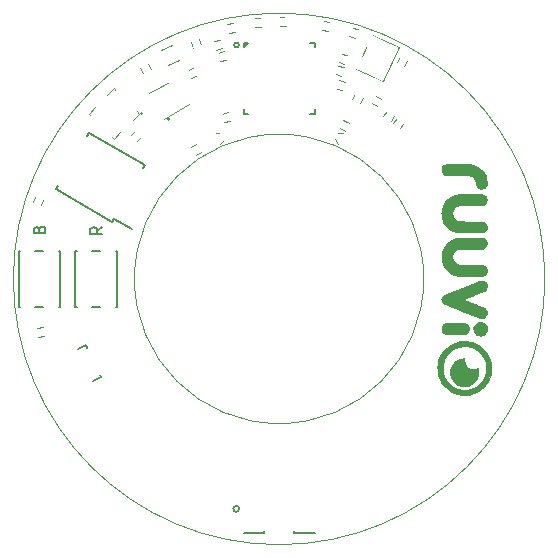
<source format=gto>
G04 #@! TF.FileFunction,Legend,Top*
%FSLAX46Y46*%
G04 Gerber Fmt 4.6, Leading zero omitted, Abs format (unit mm)*
G04 Created by KiCad (PCBNEW (2015-09-17 BZR 6202)-product) date 2015 September 30, Wednesday 13:53:37*
%MOMM*%
G01*
G04 APERTURE LIST*
%ADD10C,0.100000*%
%ADD11C,0.010000*%
%ADD12C,0.150000*%
%ADD13C,0.050000*%
%ADD14R,0.840000X1.590000*%
%ADD15R,0.740000X0.640000*%
%ADD16C,1.800000*%
%ADD17O,0.960000X0.400000*%
%ADD18O,0.400000X0.960000*%
%ADD19R,4.480000X4.480000*%
%ADD20C,1.440000*%
%ADD21R,0.940000X0.940000*%
%ADD22R,0.940000X2.640000*%
G04 APERTURE END LIST*
D10*
D11*
X45000000Y-22500000D02*
G75*
G03X45000000Y-22500000I-22500000J0D01*
G01*
X34750000Y-22500000D02*
G75*
G03X34750000Y-22500000I-12250000J0D01*
G01*
D12*
X7522381Y-18120476D02*
X7046190Y-18453810D01*
X7522381Y-18691905D02*
X6522381Y-18691905D01*
X6522381Y-18310952D01*
X6570000Y-18215714D01*
X6617619Y-18168095D01*
X6712857Y-18120476D01*
X6855714Y-18120476D01*
X6950952Y-18168095D01*
X6998571Y-18215714D01*
X7046190Y-18310952D01*
X7046190Y-18691905D01*
X2188571Y-18308571D02*
X2236190Y-18165714D01*
X2283810Y-18118095D01*
X2379048Y-18070476D01*
X2521905Y-18070476D01*
X2617143Y-18118095D01*
X2664762Y-18165714D01*
X2712381Y-18260952D01*
X2712381Y-18641905D01*
X1712381Y-18641905D01*
X1712381Y-18308571D01*
X1760000Y-18213333D01*
X1807619Y-18165714D01*
X1902857Y-18118095D01*
X1998095Y-18118095D01*
X2093333Y-18165714D01*
X2140952Y-18213333D01*
X2188571Y-18308571D01*
X2188571Y-18641905D01*
X5250000Y-20150000D02*
X5350000Y-20150000D01*
X8750000Y-20150000D02*
X8650000Y-20150000D01*
X8650000Y-24850000D02*
X8750000Y-24850000D01*
X5250000Y-24850000D02*
X5350000Y-24850000D01*
X6650000Y-24850000D02*
X7350000Y-24850000D01*
X6650000Y-20150000D02*
X7350000Y-20150000D01*
X5250000Y-20150000D02*
X5250000Y-24850000D01*
X8750000Y-24850000D02*
X8750000Y-20150000D01*
X450000Y-20150000D02*
X550000Y-20150000D01*
X3950000Y-20150000D02*
X3850000Y-20150000D01*
X3850000Y-24850000D02*
X3950000Y-24850000D01*
X450000Y-24850000D02*
X550000Y-24850000D01*
X1850000Y-24850000D02*
X2550000Y-24850000D01*
X1850000Y-20150000D02*
X2550000Y-20150000D01*
X450000Y-20150000D02*
X450000Y-24850000D01*
X3950000Y-24850000D02*
X3950000Y-20150000D01*
D13*
X15216666Y-4622110D02*
X14746819Y-4793120D01*
X15003334Y-5497890D02*
X15473181Y-5326880D01*
X23050000Y-325000D02*
X22550000Y-325000D01*
X22550000Y-1075000D02*
X23050000Y-1075000D01*
X15052110Y-2463334D02*
X15223120Y-2933181D01*
X15927890Y-2676666D02*
X15756880Y-2206819D01*
X10750240Y-4670994D02*
X11000240Y-5104006D01*
X11649760Y-4729006D02*
X11399760Y-4295994D01*
X18144424Y-8373073D02*
X17661461Y-8502483D01*
X17855576Y-9226927D02*
X18338539Y-9097517D01*
X26128680Y-1405891D02*
X26621084Y-1492715D01*
X26751320Y-754109D02*
X26258916Y-667285D01*
X17804424Y-3233073D02*
X17321461Y-3362483D01*
X17515576Y-4086927D02*
X17998539Y-3957517D01*
X27281461Y-5187517D02*
X27764424Y-5316927D01*
X27958539Y-4592483D02*
X27475576Y-4463073D01*
X27551461Y-4147517D02*
X28034424Y-4276927D01*
X28228539Y-3552483D02*
X27745576Y-3423073D01*
X33099760Y-4504006D02*
X33349760Y-4070994D01*
X32700240Y-3695994D02*
X32450240Y-4129006D01*
X29354211Y-7605059D02*
X29565520Y-7151905D01*
X28885789Y-6834941D02*
X28674480Y-7288095D01*
X29148716Y-1364479D02*
X28670563Y-1218293D01*
X28451284Y-1935521D02*
X28929437Y-2081707D01*
X31933788Y-9139879D02*
X32220576Y-8730303D01*
X31606212Y-8300121D02*
X31319424Y-8709697D01*
X32696570Y-9762556D02*
X33017964Y-9379534D01*
X32443430Y-8897444D02*
X32122036Y-9280466D01*
X17573055Y-10146924D02*
X17127260Y-10111329D01*
X17797819Y-10703234D02*
X17501867Y-11038513D01*
X27191953Y-10687369D02*
X27469952Y-11037678D01*
X27445524Y-10143584D02*
X27892571Y-10131370D01*
X20916365Y-404638D02*
X20418268Y-448216D01*
X20483635Y-1195362D02*
X20981732Y-1151784D01*
X18621084Y-827285D02*
X18128680Y-914109D01*
X18258916Y-1652715D02*
X18751320Y-1565891D01*
X31134006Y-7250240D02*
X30700994Y-7000240D01*
X30325994Y-7649760D02*
X30759006Y-7899760D01*
D12*
X7328366Y-30642636D02*
X7307971Y-30598897D01*
X5510108Y-28402170D02*
X6145466Y-28105898D01*
X6145466Y-28105898D02*
X6250664Y-28331496D01*
X7328366Y-30642636D02*
X7413169Y-30824495D01*
X7413169Y-30824495D02*
X6777811Y-31120768D01*
D13*
X15454572Y-12000661D02*
X15873907Y-11728342D01*
X15465428Y-11099339D02*
X15046093Y-11371658D01*
X27614941Y-9734211D02*
X28068095Y-9945520D01*
X28385059Y-9265789D02*
X27931905Y-9054480D01*
X2118916Y-27412715D02*
X2611320Y-27325891D01*
X2481084Y-26587285D02*
X1988680Y-26674109D01*
X27371284Y-6395521D02*
X27849437Y-6541707D01*
X28068716Y-5824479D02*
X27590563Y-5678293D01*
D12*
X19100000Y-2700000D02*
G75*
G03X19100000Y-2700000I-200000J0D01*
G01*
X19900000Y-8500000D02*
X19500000Y-8500000D01*
X19500000Y-8500000D02*
X19500000Y-8100000D01*
X25100000Y-8500000D02*
X25500000Y-8500000D01*
X25500000Y-8500000D02*
X25500000Y-8100000D01*
X25100000Y-2500000D02*
X25500000Y-2500000D01*
X25500000Y-2500000D02*
X25500000Y-2900000D01*
X19500000Y-2500000D02*
X19900000Y-2500000D01*
X19500000Y-2500000D02*
X19500000Y-2900000D01*
X19500000Y-2900000D02*
X19900000Y-2500000D01*
X19500000Y-2700000D02*
X19700000Y-2500000D01*
X13220577Y-8922436D02*
G75*
G03X13220577Y-8922436I-100000J0D01*
G01*
D13*
X11492468Y-6802468D02*
X13657532Y-5552468D01*
X14907532Y-7717532D02*
X12742468Y-8967532D01*
X10933452Y-8500000D02*
G75*
G03X10933452Y-8500000I-100000J0D01*
G01*
X8500000Y-6378680D02*
X7969670Y-6909010D01*
X8500000Y-6378680D02*
X8676777Y-6555456D01*
X6378680Y-8500000D02*
X6909010Y-7969670D01*
X6378680Y-8500000D02*
X6555456Y-8676777D01*
X8500000Y-10621320D02*
X8323223Y-10444544D01*
X8500000Y-10621320D02*
X9030330Y-10090990D01*
X10621320Y-8500000D02*
X10090990Y-9030330D01*
X10621320Y-8500000D02*
X10444544Y-8323223D01*
X13447321Y-2724275D02*
X12541013Y-3146894D01*
X14038987Y-3993106D02*
X13132679Y-4415725D01*
X28990926Y-4721820D02*
X30343304Y-1821635D01*
X30343304Y-1821635D02*
X32609074Y-2878180D01*
X32609074Y-2878180D02*
X31256696Y-5778365D01*
X31256696Y-5778365D02*
X28990926Y-4721820D01*
D11*
G36*
X40460165Y-30126628D02*
X40457792Y-30207874D01*
X40453391Y-30278341D01*
X40448662Y-30321654D01*
X40409419Y-30536746D01*
X40353293Y-30743206D01*
X40280556Y-30940384D01*
X40191480Y-31127634D01*
X40086337Y-31304306D01*
X39969498Y-31464654D01*
X39829085Y-31624518D01*
X39676487Y-31769318D01*
X39512456Y-31898631D01*
X39337745Y-32012035D01*
X39153108Y-32109105D01*
X38959295Y-32189419D01*
X38757061Y-32252554D01*
X38547157Y-32298087D01*
X38463538Y-32310961D01*
X38422598Y-32315137D01*
X38367491Y-32318734D01*
X38303587Y-32321509D01*
X38236256Y-32323215D01*
X38185115Y-32323648D01*
X38082641Y-32322398D01*
X37992940Y-32318199D01*
X37909384Y-32310374D01*
X37825340Y-32298246D01*
X37734178Y-32281141D01*
X37701721Y-32274356D01*
X37552549Y-32236044D01*
X37399000Y-32184555D01*
X37246615Y-32122210D01*
X37100933Y-32051332D01*
X36967494Y-31974242D01*
X36934654Y-31952910D01*
X36762150Y-31826415D01*
X36603779Y-31686763D01*
X36460074Y-31534798D01*
X36331568Y-31371362D01*
X36218794Y-31197298D01*
X36122285Y-31013448D01*
X36042573Y-30820655D01*
X35980193Y-30619763D01*
X35935676Y-30411614D01*
X35927718Y-30360731D01*
X35920779Y-30300000D01*
X35915247Y-30225856D01*
X35911265Y-30143723D01*
X35908978Y-30059027D01*
X35908530Y-29977192D01*
X35910062Y-29903644D01*
X35913721Y-29843806D01*
X35913960Y-29841288D01*
X35944094Y-29631292D01*
X35993020Y-29425454D01*
X36060248Y-29225169D01*
X36145283Y-29031830D01*
X36247633Y-28846830D01*
X36288319Y-28783000D01*
X36401036Y-28628201D01*
X36528919Y-28480957D01*
X36667802Y-28345969D01*
X36700984Y-28317048D01*
X36866629Y-28188172D01*
X37040998Y-28076172D01*
X37222892Y-27981201D01*
X37411111Y-27903410D01*
X37604458Y-27842953D01*
X37801732Y-27799982D01*
X38001735Y-27774648D01*
X38185115Y-27767785D01*
X38185115Y-28196846D01*
X38010543Y-28203697D01*
X37846030Y-28224886D01*
X37687401Y-28261370D01*
X37530480Y-28314104D01*
X37374269Y-28382502D01*
X37208681Y-28473501D01*
X37054654Y-28580199D01*
X36912515Y-28702311D01*
X36782592Y-28839549D01*
X36665211Y-28991627D01*
X36645300Y-29020762D01*
X36561250Y-29157528D01*
X36491544Y-29296757D01*
X36435062Y-29441620D01*
X36390681Y-29595283D01*
X36357278Y-29760916D01*
X36340258Y-29882039D01*
X36337345Y-29921163D01*
X36335768Y-29974334D01*
X36335469Y-30036106D01*
X36336390Y-30101039D01*
X36338473Y-30163687D01*
X36341660Y-30218609D01*
X36344157Y-30246327D01*
X36356401Y-30333495D01*
X36374477Y-30428841D01*
X36396622Y-30524372D01*
X36421074Y-30612096D01*
X36432792Y-30648155D01*
X36456618Y-30710169D01*
X36488377Y-30782355D01*
X36525539Y-30859766D01*
X36565574Y-30937454D01*
X36605954Y-31010472D01*
X36644148Y-31073872D01*
X36670433Y-31112962D01*
X36784758Y-31256598D01*
X36913373Y-31390802D01*
X37052420Y-31511712D01*
X37119196Y-31562073D01*
X37172583Y-31597322D01*
X37239355Y-31636653D01*
X37314520Y-31677511D01*
X37393087Y-31717342D01*
X37470061Y-31753592D01*
X37540453Y-31783707D01*
X37585076Y-31800438D01*
X37758823Y-31850117D01*
X37938687Y-31882316D01*
X38122056Y-31897035D01*
X38306319Y-31894275D01*
X38488864Y-31874034D01*
X38667078Y-31836313D01*
X38785155Y-31800438D01*
X38847529Y-31776459D01*
X38920153Y-31744468D01*
X38998037Y-31707020D01*
X39076187Y-31666667D01*
X39149612Y-31625965D01*
X39213320Y-31587468D01*
X39251034Y-31562073D01*
X39393601Y-31448618D01*
X39527522Y-31320083D01*
X39648937Y-31180330D01*
X39699798Y-31112962D01*
X39734593Y-31060317D01*
X39773518Y-30994252D01*
X39814043Y-30919713D01*
X39853638Y-30841649D01*
X39889775Y-30765007D01*
X39919923Y-30694735D01*
X39937438Y-30648155D01*
X39986180Y-30477695D01*
X40018246Y-30300051D01*
X40033514Y-30118421D01*
X40031858Y-29936008D01*
X40013154Y-29756009D01*
X39978723Y-29587203D01*
X39922720Y-29407884D01*
X39849425Y-29236352D01*
X39759813Y-29073788D01*
X39654857Y-28921370D01*
X39535529Y-28780280D01*
X39402804Y-28651698D01*
X39257654Y-28536802D01*
X39101053Y-28436774D01*
X38976423Y-28372102D01*
X38813208Y-28303641D01*
X38650602Y-28252764D01*
X38484923Y-28218655D01*
X38312491Y-28200500D01*
X38185115Y-28196846D01*
X38185115Y-27767785D01*
X38203268Y-27767105D01*
X38405132Y-27777506D01*
X38606129Y-27806002D01*
X38805059Y-27852746D01*
X39000723Y-27917890D01*
X39189840Y-28000561D01*
X39374268Y-28101956D01*
X39546661Y-28218343D01*
X39706386Y-28348850D01*
X39852810Y-28492602D01*
X39985300Y-28648726D01*
X40103223Y-28816350D01*
X40205947Y-28994598D01*
X40292839Y-29182598D01*
X40363266Y-29379477D01*
X40416595Y-29584361D01*
X40443194Y-29730615D01*
X40450281Y-29792082D01*
X40455568Y-29867328D01*
X40459007Y-29951443D01*
X40460555Y-30039513D01*
X40460165Y-30126628D01*
X40460165Y-30126628D01*
G37*
X40460165Y-30126628D02*
X40457792Y-30207874D01*
X40453391Y-30278341D01*
X40448662Y-30321654D01*
X40409419Y-30536746D01*
X40353293Y-30743206D01*
X40280556Y-30940384D01*
X40191480Y-31127634D01*
X40086337Y-31304306D01*
X39969498Y-31464654D01*
X39829085Y-31624518D01*
X39676487Y-31769318D01*
X39512456Y-31898631D01*
X39337745Y-32012035D01*
X39153108Y-32109105D01*
X38959295Y-32189419D01*
X38757061Y-32252554D01*
X38547157Y-32298087D01*
X38463538Y-32310961D01*
X38422598Y-32315137D01*
X38367491Y-32318734D01*
X38303587Y-32321509D01*
X38236256Y-32323215D01*
X38185115Y-32323648D01*
X38082641Y-32322398D01*
X37992940Y-32318199D01*
X37909384Y-32310374D01*
X37825340Y-32298246D01*
X37734178Y-32281141D01*
X37701721Y-32274356D01*
X37552549Y-32236044D01*
X37399000Y-32184555D01*
X37246615Y-32122210D01*
X37100933Y-32051332D01*
X36967494Y-31974242D01*
X36934654Y-31952910D01*
X36762150Y-31826415D01*
X36603779Y-31686763D01*
X36460074Y-31534798D01*
X36331568Y-31371362D01*
X36218794Y-31197298D01*
X36122285Y-31013448D01*
X36042573Y-30820655D01*
X35980193Y-30619763D01*
X35935676Y-30411614D01*
X35927718Y-30360731D01*
X35920779Y-30300000D01*
X35915247Y-30225856D01*
X35911265Y-30143723D01*
X35908978Y-30059027D01*
X35908530Y-29977192D01*
X35910062Y-29903644D01*
X35913721Y-29843806D01*
X35913960Y-29841288D01*
X35944094Y-29631292D01*
X35993020Y-29425454D01*
X36060248Y-29225169D01*
X36145283Y-29031830D01*
X36247633Y-28846830D01*
X36288319Y-28783000D01*
X36401036Y-28628201D01*
X36528919Y-28480957D01*
X36667802Y-28345969D01*
X36700984Y-28317048D01*
X36866629Y-28188172D01*
X37040998Y-28076172D01*
X37222892Y-27981201D01*
X37411111Y-27903410D01*
X37604458Y-27842953D01*
X37801732Y-27799982D01*
X38001735Y-27774648D01*
X38185115Y-27767785D01*
X38185115Y-28196846D01*
X38010543Y-28203697D01*
X37846030Y-28224886D01*
X37687401Y-28261370D01*
X37530480Y-28314104D01*
X37374269Y-28382502D01*
X37208681Y-28473501D01*
X37054654Y-28580199D01*
X36912515Y-28702311D01*
X36782592Y-28839549D01*
X36665211Y-28991627D01*
X36645300Y-29020762D01*
X36561250Y-29157528D01*
X36491544Y-29296757D01*
X36435062Y-29441620D01*
X36390681Y-29595283D01*
X36357278Y-29760916D01*
X36340258Y-29882039D01*
X36337345Y-29921163D01*
X36335768Y-29974334D01*
X36335469Y-30036106D01*
X36336390Y-30101039D01*
X36338473Y-30163687D01*
X36341660Y-30218609D01*
X36344157Y-30246327D01*
X36356401Y-30333495D01*
X36374477Y-30428841D01*
X36396622Y-30524372D01*
X36421074Y-30612096D01*
X36432792Y-30648155D01*
X36456618Y-30710169D01*
X36488377Y-30782355D01*
X36525539Y-30859766D01*
X36565574Y-30937454D01*
X36605954Y-31010472D01*
X36644148Y-31073872D01*
X36670433Y-31112962D01*
X36784758Y-31256598D01*
X36913373Y-31390802D01*
X37052420Y-31511712D01*
X37119196Y-31562073D01*
X37172583Y-31597322D01*
X37239355Y-31636653D01*
X37314520Y-31677511D01*
X37393087Y-31717342D01*
X37470061Y-31753592D01*
X37540453Y-31783707D01*
X37585076Y-31800438D01*
X37758823Y-31850117D01*
X37938687Y-31882316D01*
X38122056Y-31897035D01*
X38306319Y-31894275D01*
X38488864Y-31874034D01*
X38667078Y-31836313D01*
X38785155Y-31800438D01*
X38847529Y-31776459D01*
X38920153Y-31744468D01*
X38998037Y-31707020D01*
X39076187Y-31666667D01*
X39149612Y-31625965D01*
X39213320Y-31587468D01*
X39251034Y-31562073D01*
X39393601Y-31448618D01*
X39527522Y-31320083D01*
X39648937Y-31180330D01*
X39699798Y-31112962D01*
X39734593Y-31060317D01*
X39773518Y-30994252D01*
X39814043Y-30919713D01*
X39853638Y-30841649D01*
X39889775Y-30765007D01*
X39919923Y-30694735D01*
X39937438Y-30648155D01*
X39986180Y-30477695D01*
X40018246Y-30300051D01*
X40033514Y-30118421D01*
X40031858Y-29936008D01*
X40013154Y-29756009D01*
X39978723Y-29587203D01*
X39922720Y-29407884D01*
X39849425Y-29236352D01*
X39759813Y-29073788D01*
X39654857Y-28921370D01*
X39535529Y-28780280D01*
X39402804Y-28651698D01*
X39257654Y-28536802D01*
X39101053Y-28436774D01*
X38976423Y-28372102D01*
X38813208Y-28303641D01*
X38650602Y-28252764D01*
X38484923Y-28218655D01*
X38312491Y-28200500D01*
X38185115Y-28196846D01*
X38185115Y-27767785D01*
X38203268Y-27767105D01*
X38405132Y-27777506D01*
X38606129Y-27806002D01*
X38805059Y-27852746D01*
X39000723Y-27917890D01*
X39189840Y-28000561D01*
X39374268Y-28101956D01*
X39546661Y-28218343D01*
X39706386Y-28348850D01*
X39852810Y-28492602D01*
X39985300Y-28648726D01*
X40103223Y-28816350D01*
X40205947Y-28994598D01*
X40292839Y-29182598D01*
X40363266Y-29379477D01*
X40416595Y-29584361D01*
X40443194Y-29730615D01*
X40450281Y-29792082D01*
X40455568Y-29867328D01*
X40459007Y-29951443D01*
X40460555Y-30039513D01*
X40460165Y-30126628D01*
G36*
X40058825Y-15868138D02*
X40038109Y-15958589D01*
X40001989Y-16040043D01*
X39952131Y-16110778D01*
X39890201Y-16169072D01*
X39817863Y-16213202D01*
X39736784Y-16241446D01*
X39690127Y-16249466D01*
X39670705Y-16250615D01*
X39633183Y-16251814D01*
X39578999Y-16253045D01*
X39509590Y-16254289D01*
X39426396Y-16255530D01*
X39330853Y-16256750D01*
X39224400Y-16257930D01*
X39108474Y-16259054D01*
X38984515Y-16260103D01*
X38853960Y-16261060D01*
X38718246Y-16261908D01*
X38649154Y-16262283D01*
X38489843Y-16263113D01*
X38348858Y-16263878D01*
X38224988Y-16264608D01*
X38117021Y-16265333D01*
X38023744Y-16266084D01*
X37943947Y-16266891D01*
X37876417Y-16267785D01*
X37819943Y-16268795D01*
X37773312Y-16269953D01*
X37735313Y-16271287D01*
X37704735Y-16272829D01*
X37680364Y-16274608D01*
X37660990Y-16276656D01*
X37645401Y-16279002D01*
X37632384Y-16281677D01*
X37620729Y-16284710D01*
X37609222Y-16288133D01*
X37608731Y-16288283D01*
X37510473Y-16328380D01*
X37421134Y-16384747D01*
X37342266Y-16455561D01*
X37275423Y-16538996D01*
X37222157Y-16633225D01*
X37184022Y-16736423D01*
X37168344Y-16805923D01*
X37157504Y-16923416D01*
X37165867Y-17038997D01*
X37193544Y-17153421D01*
X37237077Y-17260192D01*
X37295107Y-17357445D01*
X37368053Y-17442258D01*
X37455283Y-17514028D01*
X37556164Y-17572149D01*
X37568786Y-17578009D01*
X37589524Y-17587495D01*
X37608291Y-17595931D01*
X37626299Y-17603386D01*
X37644763Y-17609928D01*
X37664897Y-17615625D01*
X37687914Y-17620547D01*
X37715027Y-17624761D01*
X37747451Y-17628336D01*
X37786400Y-17631340D01*
X37833087Y-17633842D01*
X37888725Y-17635910D01*
X37954529Y-17637613D01*
X38031712Y-17639019D01*
X38121489Y-17640196D01*
X38225072Y-17641214D01*
X38343675Y-17642139D01*
X38478513Y-17643042D01*
X38630798Y-17643990D01*
X38752254Y-17644741D01*
X39749239Y-17650962D01*
X39822714Y-17687283D01*
X39901394Y-17736837D01*
X39967594Y-17800904D01*
X40019488Y-17877627D01*
X40029532Y-17897551D01*
X40041737Y-17923994D01*
X40050266Y-17946025D01*
X40055777Y-17968028D01*
X40058929Y-17994386D01*
X40060380Y-18029482D01*
X40060788Y-18077700D01*
X40060808Y-18105737D01*
X40060808Y-18247898D01*
X40024148Y-18322074D01*
X39981337Y-18391090D01*
X39926026Y-18453425D01*
X39863081Y-18504092D01*
X39825133Y-18526096D01*
X39777500Y-18549731D01*
X37589192Y-18549731D01*
X37465437Y-18518358D01*
X37308692Y-18472184D01*
X37166350Y-18416076D01*
X37034992Y-18348099D01*
X36911196Y-18266321D01*
X36791542Y-18168808D01*
X36709236Y-18090969D01*
X36591926Y-17962154D01*
X36492950Y-17827620D01*
X36411619Y-17686106D01*
X36347244Y-17536348D01*
X36299136Y-17377086D01*
X36285031Y-17314077D01*
X36268890Y-17219488D01*
X36257055Y-17118035D01*
X36249941Y-17015901D01*
X36247961Y-16919271D01*
X36251530Y-16834326D01*
X36252327Y-16825462D01*
X36271820Y-16669226D01*
X36299349Y-16527982D01*
X36335870Y-16398510D01*
X36382338Y-16277593D01*
X36439708Y-16162012D01*
X36459503Y-16127360D01*
X36555434Y-15982802D01*
X36665486Y-15850242D01*
X36788229Y-15730798D01*
X36922229Y-15625589D01*
X37066058Y-15535734D01*
X37218282Y-15462352D01*
X37377471Y-15406561D01*
X37384038Y-15404690D01*
X37415932Y-15395644D01*
X37444701Y-15387601D01*
X37471632Y-15380499D01*
X37498014Y-15374274D01*
X37525134Y-15368862D01*
X37554281Y-15364200D01*
X37586742Y-15360225D01*
X37623805Y-15356874D01*
X37666758Y-15354082D01*
X37716888Y-15351788D01*
X37775484Y-15349926D01*
X37843833Y-15348435D01*
X37923223Y-15347251D01*
X38014943Y-15346310D01*
X38120279Y-15345549D01*
X38240519Y-15344905D01*
X38376953Y-15344315D01*
X38530866Y-15343714D01*
X38631772Y-15343324D01*
X38807672Y-15342740D01*
X38969606Y-15342412D01*
X39116977Y-15342337D01*
X39249187Y-15342511D01*
X39365639Y-15342931D01*
X39465734Y-15343594D01*
X39548874Y-15344497D01*
X39614462Y-15345637D01*
X39661899Y-15347009D01*
X39690588Y-15348612D01*
X39695704Y-15349171D01*
X39784076Y-15370476D01*
X39862347Y-15407548D01*
X39929415Y-15458815D01*
X39984179Y-15522701D01*
X40025538Y-15597634D01*
X40052390Y-15682038D01*
X40063634Y-15774339D01*
X40058825Y-15868138D01*
X40058825Y-15868138D01*
G37*
X40058825Y-15868138D02*
X40038109Y-15958589D01*
X40001989Y-16040043D01*
X39952131Y-16110778D01*
X39890201Y-16169072D01*
X39817863Y-16213202D01*
X39736784Y-16241446D01*
X39690127Y-16249466D01*
X39670705Y-16250615D01*
X39633183Y-16251814D01*
X39578999Y-16253045D01*
X39509590Y-16254289D01*
X39426396Y-16255530D01*
X39330853Y-16256750D01*
X39224400Y-16257930D01*
X39108474Y-16259054D01*
X38984515Y-16260103D01*
X38853960Y-16261060D01*
X38718246Y-16261908D01*
X38649154Y-16262283D01*
X38489843Y-16263113D01*
X38348858Y-16263878D01*
X38224988Y-16264608D01*
X38117021Y-16265333D01*
X38023744Y-16266084D01*
X37943947Y-16266891D01*
X37876417Y-16267785D01*
X37819943Y-16268795D01*
X37773312Y-16269953D01*
X37735313Y-16271287D01*
X37704735Y-16272829D01*
X37680364Y-16274608D01*
X37660990Y-16276656D01*
X37645401Y-16279002D01*
X37632384Y-16281677D01*
X37620729Y-16284710D01*
X37609222Y-16288133D01*
X37608731Y-16288283D01*
X37510473Y-16328380D01*
X37421134Y-16384747D01*
X37342266Y-16455561D01*
X37275423Y-16538996D01*
X37222157Y-16633225D01*
X37184022Y-16736423D01*
X37168344Y-16805923D01*
X37157504Y-16923416D01*
X37165867Y-17038997D01*
X37193544Y-17153421D01*
X37237077Y-17260192D01*
X37295107Y-17357445D01*
X37368053Y-17442258D01*
X37455283Y-17514028D01*
X37556164Y-17572149D01*
X37568786Y-17578009D01*
X37589524Y-17587495D01*
X37608291Y-17595931D01*
X37626299Y-17603386D01*
X37644763Y-17609928D01*
X37664897Y-17615625D01*
X37687914Y-17620547D01*
X37715027Y-17624761D01*
X37747451Y-17628336D01*
X37786400Y-17631340D01*
X37833087Y-17633842D01*
X37888725Y-17635910D01*
X37954529Y-17637613D01*
X38031712Y-17639019D01*
X38121489Y-17640196D01*
X38225072Y-17641214D01*
X38343675Y-17642139D01*
X38478513Y-17643042D01*
X38630798Y-17643990D01*
X38752254Y-17644741D01*
X39749239Y-17650962D01*
X39822714Y-17687283D01*
X39901394Y-17736837D01*
X39967594Y-17800904D01*
X40019488Y-17877627D01*
X40029532Y-17897551D01*
X40041737Y-17923994D01*
X40050266Y-17946025D01*
X40055777Y-17968028D01*
X40058929Y-17994386D01*
X40060380Y-18029482D01*
X40060788Y-18077700D01*
X40060808Y-18105737D01*
X40060808Y-18247898D01*
X40024148Y-18322074D01*
X39981337Y-18391090D01*
X39926026Y-18453425D01*
X39863081Y-18504092D01*
X39825133Y-18526096D01*
X39777500Y-18549731D01*
X37589192Y-18549731D01*
X37465437Y-18518358D01*
X37308692Y-18472184D01*
X37166350Y-18416076D01*
X37034992Y-18348099D01*
X36911196Y-18266321D01*
X36791542Y-18168808D01*
X36709236Y-18090969D01*
X36591926Y-17962154D01*
X36492950Y-17827620D01*
X36411619Y-17686106D01*
X36347244Y-17536348D01*
X36299136Y-17377086D01*
X36285031Y-17314077D01*
X36268890Y-17219488D01*
X36257055Y-17118035D01*
X36249941Y-17015901D01*
X36247961Y-16919271D01*
X36251530Y-16834326D01*
X36252327Y-16825462D01*
X36271820Y-16669226D01*
X36299349Y-16527982D01*
X36335870Y-16398510D01*
X36382338Y-16277593D01*
X36439708Y-16162012D01*
X36459503Y-16127360D01*
X36555434Y-15982802D01*
X36665486Y-15850242D01*
X36788229Y-15730798D01*
X36922229Y-15625589D01*
X37066058Y-15535734D01*
X37218282Y-15462352D01*
X37377471Y-15406561D01*
X37384038Y-15404690D01*
X37415932Y-15395644D01*
X37444701Y-15387601D01*
X37471632Y-15380499D01*
X37498014Y-15374274D01*
X37525134Y-15368862D01*
X37554281Y-15364200D01*
X37586742Y-15360225D01*
X37623805Y-15356874D01*
X37666758Y-15354082D01*
X37716888Y-15351788D01*
X37775484Y-15349926D01*
X37843833Y-15348435D01*
X37923223Y-15347251D01*
X38014943Y-15346310D01*
X38120279Y-15345549D01*
X38240519Y-15344905D01*
X38376953Y-15344315D01*
X38530866Y-15343714D01*
X38631772Y-15343324D01*
X38807672Y-15342740D01*
X38969606Y-15342412D01*
X39116977Y-15342337D01*
X39249187Y-15342511D01*
X39365639Y-15342931D01*
X39465734Y-15343594D01*
X39548874Y-15344497D01*
X39614462Y-15345637D01*
X39661899Y-15347009D01*
X39690588Y-15348612D01*
X39695704Y-15349171D01*
X39784076Y-15370476D01*
X39862347Y-15407548D01*
X39929415Y-15458815D01*
X39984179Y-15522701D01*
X40025538Y-15597634D01*
X40052390Y-15682038D01*
X40063634Y-15774339D01*
X40058825Y-15868138D01*
G36*
X40077540Y-23214335D02*
X40058346Y-23293009D01*
X40042294Y-23333114D01*
X40018727Y-23369777D01*
X39982789Y-23410481D01*
X39939563Y-23450478D01*
X39894128Y-23485022D01*
X39855654Y-23507475D01*
X39837864Y-23515223D01*
X39803322Y-23529565D01*
X39753455Y-23549930D01*
X39689687Y-23575745D01*
X39613444Y-23606439D01*
X39526152Y-23641440D01*
X39429235Y-23680177D01*
X39324121Y-23722077D01*
X39212233Y-23766569D01*
X39094998Y-23813081D01*
X38995961Y-23852293D01*
X38843172Y-23912730D01*
X38707547Y-23966387D01*
X38588086Y-24013679D01*
X38483788Y-24055020D01*
X38393653Y-24090825D01*
X38316678Y-24121510D01*
X38251865Y-24147488D01*
X38198212Y-24169175D01*
X38154718Y-24186986D01*
X38120382Y-24201335D01*
X38094204Y-24212637D01*
X38075183Y-24221308D01*
X38062318Y-24227762D01*
X38054609Y-24232413D01*
X38051054Y-24235678D01*
X38050653Y-24237969D01*
X38052405Y-24239704D01*
X38055310Y-24241295D01*
X38056274Y-24241817D01*
X38067523Y-24246659D01*
X38095552Y-24258135D01*
X38138972Y-24275689D01*
X38196394Y-24298765D01*
X38266429Y-24326810D01*
X38347689Y-24359267D01*
X38438785Y-24395582D01*
X38538329Y-24435200D01*
X38644932Y-24477566D01*
X38757204Y-24522124D01*
X38807233Y-24541960D01*
X38967770Y-24605606D01*
X39111173Y-24662492D01*
X39238478Y-24713045D01*
X39350720Y-24757692D01*
X39448934Y-24796860D01*
X39534155Y-24830975D01*
X39607419Y-24860464D01*
X39669760Y-24885754D01*
X39722215Y-24907272D01*
X39765818Y-24925444D01*
X39801605Y-24940696D01*
X39830611Y-24953457D01*
X39853871Y-24964151D01*
X39872421Y-24973207D01*
X39887295Y-24981050D01*
X39899529Y-24988108D01*
X39910159Y-24994806D01*
X39916978Y-24999361D01*
X39971795Y-25043847D01*
X40015771Y-25097078D01*
X40053294Y-25164372D01*
X40053637Y-25165103D01*
X40064715Y-25190098D01*
X40072207Y-25212332D01*
X40076792Y-25236547D01*
X40079147Y-25267481D01*
X40079950Y-25309877D01*
X40079952Y-25349115D01*
X40079319Y-25404722D01*
X40077429Y-25445558D01*
X40073690Y-25476380D01*
X40067512Y-25501942D01*
X40058304Y-25527003D01*
X40057675Y-25528516D01*
X40021071Y-25598829D01*
X39972685Y-25666247D01*
X39917087Y-25725196D01*
X39860538Y-25769042D01*
X39818856Y-25790089D01*
X39765881Y-25809383D01*
X39709827Y-25824077D01*
X39692054Y-25827432D01*
X39679473Y-25829363D01*
X39666888Y-25830600D01*
X39653313Y-25830791D01*
X39637763Y-25829586D01*
X39619251Y-25826636D01*
X39596792Y-25821589D01*
X39569399Y-25814097D01*
X39536088Y-25803809D01*
X39495872Y-25790375D01*
X39447765Y-25773444D01*
X39390782Y-25752668D01*
X39323936Y-25727695D01*
X39246242Y-25698176D01*
X39156714Y-25663760D01*
X39054366Y-25624098D01*
X38938213Y-25578839D01*
X38807267Y-25527633D01*
X38660545Y-25470131D01*
X38497059Y-25405982D01*
X38419577Y-25375567D01*
X38196488Y-25287961D01*
X37990884Y-25207157D01*
X37802044Y-25132862D01*
X37629246Y-25064785D01*
X37471769Y-25002634D01*
X37328892Y-24946119D01*
X37199895Y-24894947D01*
X37084056Y-24848828D01*
X36980653Y-24807468D01*
X36888967Y-24770578D01*
X36808275Y-24737866D01*
X36737857Y-24709039D01*
X36676992Y-24683807D01*
X36624958Y-24661878D01*
X36581035Y-24642960D01*
X36544501Y-24626762D01*
X36514636Y-24612993D01*
X36490718Y-24601360D01*
X36472025Y-24591573D01*
X36457838Y-24583340D01*
X36454194Y-24581026D01*
X36386237Y-24529107D01*
X36329228Y-24469981D01*
X36286887Y-24407682D01*
X36278133Y-24390145D01*
X36260220Y-24335249D01*
X36250121Y-24270411D01*
X36248327Y-24203490D01*
X36255325Y-24142345D01*
X36261281Y-24119404D01*
X36282027Y-24067473D01*
X36310564Y-24021113D01*
X36350702Y-23974760D01*
X36379325Y-23947048D01*
X36392293Y-23934914D01*
X36404039Y-23923976D01*
X36415554Y-23913804D01*
X36427827Y-23903968D01*
X36441850Y-23894039D01*
X36458613Y-23883586D01*
X36479108Y-23872180D01*
X36504324Y-23859390D01*
X36535252Y-23844789D01*
X36572884Y-23827944D01*
X36618209Y-23808428D01*
X36672219Y-23785809D01*
X36735904Y-23759659D01*
X36810254Y-23729548D01*
X36896262Y-23695045D01*
X36994916Y-23655721D01*
X37107209Y-23611147D01*
X37234130Y-23560891D01*
X37376671Y-23504526D01*
X37535821Y-23441621D01*
X37633154Y-23403146D01*
X37776627Y-23346462D01*
X37922077Y-23289062D01*
X38068288Y-23231422D01*
X38214046Y-23174020D01*
X38358134Y-23117330D01*
X38499337Y-23061830D01*
X38636440Y-23007995D01*
X38768226Y-22956301D01*
X38893481Y-22907225D01*
X39010988Y-22861242D01*
X39119532Y-22818829D01*
X39217898Y-22780461D01*
X39304870Y-22746616D01*
X39379232Y-22717768D01*
X39439769Y-22694395D01*
X39485265Y-22676971D01*
X39514505Y-22665974D01*
X39523500Y-22662741D01*
X39606718Y-22644005D01*
X39689620Y-22643540D01*
X39770103Y-22660164D01*
X39846063Y-22692691D01*
X39915398Y-22739936D01*
X39976004Y-22800716D01*
X40025779Y-22873846D01*
X40062619Y-22958141D01*
X40065836Y-22968190D01*
X40081709Y-23045363D01*
X40085469Y-23129599D01*
X40077540Y-23214335D01*
X40077540Y-23214335D01*
G37*
X40077540Y-23214335D02*
X40058346Y-23293009D01*
X40042294Y-23333114D01*
X40018727Y-23369777D01*
X39982789Y-23410481D01*
X39939563Y-23450478D01*
X39894128Y-23485022D01*
X39855654Y-23507475D01*
X39837864Y-23515223D01*
X39803322Y-23529565D01*
X39753455Y-23549930D01*
X39689687Y-23575745D01*
X39613444Y-23606439D01*
X39526152Y-23641440D01*
X39429235Y-23680177D01*
X39324121Y-23722077D01*
X39212233Y-23766569D01*
X39094998Y-23813081D01*
X38995961Y-23852293D01*
X38843172Y-23912730D01*
X38707547Y-23966387D01*
X38588086Y-24013679D01*
X38483788Y-24055020D01*
X38393653Y-24090825D01*
X38316678Y-24121510D01*
X38251865Y-24147488D01*
X38198212Y-24169175D01*
X38154718Y-24186986D01*
X38120382Y-24201335D01*
X38094204Y-24212637D01*
X38075183Y-24221308D01*
X38062318Y-24227762D01*
X38054609Y-24232413D01*
X38051054Y-24235678D01*
X38050653Y-24237969D01*
X38052405Y-24239704D01*
X38055310Y-24241295D01*
X38056274Y-24241817D01*
X38067523Y-24246659D01*
X38095552Y-24258135D01*
X38138972Y-24275689D01*
X38196394Y-24298765D01*
X38266429Y-24326810D01*
X38347689Y-24359267D01*
X38438785Y-24395582D01*
X38538329Y-24435200D01*
X38644932Y-24477566D01*
X38757204Y-24522124D01*
X38807233Y-24541960D01*
X38967770Y-24605606D01*
X39111173Y-24662492D01*
X39238478Y-24713045D01*
X39350720Y-24757692D01*
X39448934Y-24796860D01*
X39534155Y-24830975D01*
X39607419Y-24860464D01*
X39669760Y-24885754D01*
X39722215Y-24907272D01*
X39765818Y-24925444D01*
X39801605Y-24940696D01*
X39830611Y-24953457D01*
X39853871Y-24964151D01*
X39872421Y-24973207D01*
X39887295Y-24981050D01*
X39899529Y-24988108D01*
X39910159Y-24994806D01*
X39916978Y-24999361D01*
X39971795Y-25043847D01*
X40015771Y-25097078D01*
X40053294Y-25164372D01*
X40053637Y-25165103D01*
X40064715Y-25190098D01*
X40072207Y-25212332D01*
X40076792Y-25236547D01*
X40079147Y-25267481D01*
X40079950Y-25309877D01*
X40079952Y-25349115D01*
X40079319Y-25404722D01*
X40077429Y-25445558D01*
X40073690Y-25476380D01*
X40067512Y-25501942D01*
X40058304Y-25527003D01*
X40057675Y-25528516D01*
X40021071Y-25598829D01*
X39972685Y-25666247D01*
X39917087Y-25725196D01*
X39860538Y-25769042D01*
X39818856Y-25790089D01*
X39765881Y-25809383D01*
X39709827Y-25824077D01*
X39692054Y-25827432D01*
X39679473Y-25829363D01*
X39666888Y-25830600D01*
X39653313Y-25830791D01*
X39637763Y-25829586D01*
X39619251Y-25826636D01*
X39596792Y-25821589D01*
X39569399Y-25814097D01*
X39536088Y-25803809D01*
X39495872Y-25790375D01*
X39447765Y-25773444D01*
X39390782Y-25752668D01*
X39323936Y-25727695D01*
X39246242Y-25698176D01*
X39156714Y-25663760D01*
X39054366Y-25624098D01*
X38938213Y-25578839D01*
X38807267Y-25527633D01*
X38660545Y-25470131D01*
X38497059Y-25405982D01*
X38419577Y-25375567D01*
X38196488Y-25287961D01*
X37990884Y-25207157D01*
X37802044Y-25132862D01*
X37629246Y-25064785D01*
X37471769Y-25002634D01*
X37328892Y-24946119D01*
X37199895Y-24894947D01*
X37084056Y-24848828D01*
X36980653Y-24807468D01*
X36888967Y-24770578D01*
X36808275Y-24737866D01*
X36737857Y-24709039D01*
X36676992Y-24683807D01*
X36624958Y-24661878D01*
X36581035Y-24642960D01*
X36544501Y-24626762D01*
X36514636Y-24612993D01*
X36490718Y-24601360D01*
X36472025Y-24591573D01*
X36457838Y-24583340D01*
X36454194Y-24581026D01*
X36386237Y-24529107D01*
X36329228Y-24469981D01*
X36286887Y-24407682D01*
X36278133Y-24390145D01*
X36260220Y-24335249D01*
X36250121Y-24270411D01*
X36248327Y-24203490D01*
X36255325Y-24142345D01*
X36261281Y-24119404D01*
X36282027Y-24067473D01*
X36310564Y-24021113D01*
X36350702Y-23974760D01*
X36379325Y-23947048D01*
X36392293Y-23934914D01*
X36404039Y-23923976D01*
X36415554Y-23913804D01*
X36427827Y-23903968D01*
X36441850Y-23894039D01*
X36458613Y-23883586D01*
X36479108Y-23872180D01*
X36504324Y-23859390D01*
X36535252Y-23844789D01*
X36572884Y-23827944D01*
X36618209Y-23808428D01*
X36672219Y-23785809D01*
X36735904Y-23759659D01*
X36810254Y-23729548D01*
X36896262Y-23695045D01*
X36994916Y-23655721D01*
X37107209Y-23611147D01*
X37234130Y-23560891D01*
X37376671Y-23504526D01*
X37535821Y-23441621D01*
X37633154Y-23403146D01*
X37776627Y-23346462D01*
X37922077Y-23289062D01*
X38068288Y-23231422D01*
X38214046Y-23174020D01*
X38358134Y-23117330D01*
X38499337Y-23061830D01*
X38636440Y-23007995D01*
X38768226Y-22956301D01*
X38893481Y-22907225D01*
X39010988Y-22861242D01*
X39119532Y-22818829D01*
X39217898Y-22780461D01*
X39304870Y-22746616D01*
X39379232Y-22717768D01*
X39439769Y-22694395D01*
X39485265Y-22676971D01*
X39514505Y-22665974D01*
X39523500Y-22662741D01*
X39606718Y-22644005D01*
X39689620Y-22643540D01*
X39770103Y-22660164D01*
X39846063Y-22692691D01*
X39915398Y-22739936D01*
X39976004Y-22800716D01*
X40025779Y-22873846D01*
X40062619Y-22958141D01*
X40065836Y-22968190D01*
X40081709Y-23045363D01*
X40085469Y-23129599D01*
X40077540Y-23214335D01*
G36*
X40073878Y-14473482D02*
X40071224Y-14500810D01*
X40066594Y-14524346D01*
X40059702Y-14548021D01*
X40056324Y-14558190D01*
X40018114Y-14642698D01*
X39965888Y-14714478D01*
X39901146Y-14772678D01*
X39825388Y-14816444D01*
X39740114Y-14844923D01*
X39646826Y-14857262D01*
X39547023Y-14852606D01*
X39540314Y-14851690D01*
X39451310Y-14832075D01*
X39375375Y-14799890D01*
X39311828Y-14754341D01*
X39259988Y-14694633D01*
X39219172Y-14619974D01*
X39188698Y-14529569D01*
X39167885Y-14422624D01*
X39167156Y-14417346D01*
X39146729Y-14297537D01*
X39119658Y-14193659D01*
X39084775Y-14102886D01*
X39040913Y-14022393D01*
X38986903Y-13949356D01*
X38962214Y-13921615D01*
X38896322Y-13857327D01*
X38831376Y-13807994D01*
X38762087Y-13770054D01*
X38701424Y-13746008D01*
X38620947Y-13718269D01*
X37626377Y-13712824D01*
X37460969Y-13711928D01*
X37313904Y-13711112D01*
X37183984Y-13710310D01*
X37070014Y-13709453D01*
X36970798Y-13708476D01*
X36885141Y-13707310D01*
X36811846Y-13705890D01*
X36749717Y-13704148D01*
X36697559Y-13702017D01*
X36654175Y-13699430D01*
X36618370Y-13696320D01*
X36588947Y-13692621D01*
X36564711Y-13688264D01*
X36544465Y-13683184D01*
X36527014Y-13677312D01*
X36511163Y-13670583D01*
X36495714Y-13662929D01*
X36479472Y-13654283D01*
X36467562Y-13647908D01*
X36406889Y-13606348D01*
X36352539Y-13551394D01*
X36310458Y-13489186D01*
X36306597Y-13481690D01*
X36281552Y-13415473D01*
X36264958Y-13338003D01*
X36257490Y-13255954D01*
X36259826Y-13175999D01*
X36269563Y-13116552D01*
X36292997Y-13046562D01*
X36327426Y-12978074D01*
X36368235Y-12920187D01*
X36413591Y-12879402D01*
X36472810Y-12844306D01*
X36540470Y-12817450D01*
X36611148Y-12801387D01*
X36624006Y-12799814D01*
X36647202Y-12798441D01*
X36688226Y-12797198D01*
X36745365Y-12796086D01*
X36816909Y-12795104D01*
X36901148Y-12794251D01*
X36996370Y-12793528D01*
X37100864Y-12792935D01*
X37212919Y-12792470D01*
X37330824Y-12792134D01*
X37452869Y-12791927D01*
X37577342Y-12791849D01*
X37702533Y-12791898D01*
X37826730Y-12792076D01*
X37948223Y-12792381D01*
X38065300Y-12792814D01*
X38176251Y-12793374D01*
X38279364Y-12794061D01*
X38372929Y-12794875D01*
X38455234Y-12795816D01*
X38524570Y-12796882D01*
X38579224Y-12798076D01*
X38617485Y-12799395D01*
X38629615Y-12800079D01*
X38801608Y-12820903D01*
X38964616Y-12858758D01*
X39119375Y-12913981D01*
X39266617Y-12986913D01*
X39407076Y-13077892D01*
X39541485Y-13187257D01*
X39611980Y-13254251D01*
X39730942Y-13384676D01*
X39831339Y-13519900D01*
X39913663Y-13661073D01*
X39978409Y-13809344D01*
X40026066Y-13965860D01*
X40057129Y-14131771D01*
X40072089Y-14308227D01*
X40072804Y-14329423D01*
X40074384Y-14391720D01*
X40074836Y-14438429D01*
X40073878Y-14473482D01*
X40073878Y-14473482D01*
G37*
X40073878Y-14473482D02*
X40071224Y-14500810D01*
X40066594Y-14524346D01*
X40059702Y-14548021D01*
X40056324Y-14558190D01*
X40018114Y-14642698D01*
X39965888Y-14714478D01*
X39901146Y-14772678D01*
X39825388Y-14816444D01*
X39740114Y-14844923D01*
X39646826Y-14857262D01*
X39547023Y-14852606D01*
X39540314Y-14851690D01*
X39451310Y-14832075D01*
X39375375Y-14799890D01*
X39311828Y-14754341D01*
X39259988Y-14694633D01*
X39219172Y-14619974D01*
X39188698Y-14529569D01*
X39167885Y-14422624D01*
X39167156Y-14417346D01*
X39146729Y-14297537D01*
X39119658Y-14193659D01*
X39084775Y-14102886D01*
X39040913Y-14022393D01*
X38986903Y-13949356D01*
X38962214Y-13921615D01*
X38896322Y-13857327D01*
X38831376Y-13807994D01*
X38762087Y-13770054D01*
X38701424Y-13746008D01*
X38620947Y-13718269D01*
X37626377Y-13712824D01*
X37460969Y-13711928D01*
X37313904Y-13711112D01*
X37183984Y-13710310D01*
X37070014Y-13709453D01*
X36970798Y-13708476D01*
X36885141Y-13707310D01*
X36811846Y-13705890D01*
X36749717Y-13704148D01*
X36697559Y-13702017D01*
X36654175Y-13699430D01*
X36618370Y-13696320D01*
X36588947Y-13692621D01*
X36564711Y-13688264D01*
X36544465Y-13683184D01*
X36527014Y-13677312D01*
X36511163Y-13670583D01*
X36495714Y-13662929D01*
X36479472Y-13654283D01*
X36467562Y-13647908D01*
X36406889Y-13606348D01*
X36352539Y-13551394D01*
X36310458Y-13489186D01*
X36306597Y-13481690D01*
X36281552Y-13415473D01*
X36264958Y-13338003D01*
X36257490Y-13255954D01*
X36259826Y-13175999D01*
X36269563Y-13116552D01*
X36292997Y-13046562D01*
X36327426Y-12978074D01*
X36368235Y-12920187D01*
X36413591Y-12879402D01*
X36472810Y-12844306D01*
X36540470Y-12817450D01*
X36611148Y-12801387D01*
X36624006Y-12799814D01*
X36647202Y-12798441D01*
X36688226Y-12797198D01*
X36745365Y-12796086D01*
X36816909Y-12795104D01*
X36901148Y-12794251D01*
X36996370Y-12793528D01*
X37100864Y-12792935D01*
X37212919Y-12792470D01*
X37330824Y-12792134D01*
X37452869Y-12791927D01*
X37577342Y-12791849D01*
X37702533Y-12791898D01*
X37826730Y-12792076D01*
X37948223Y-12792381D01*
X38065300Y-12792814D01*
X38176251Y-12793374D01*
X38279364Y-12794061D01*
X38372929Y-12794875D01*
X38455234Y-12795816D01*
X38524570Y-12796882D01*
X38579224Y-12798076D01*
X38617485Y-12799395D01*
X38629615Y-12800079D01*
X38801608Y-12820903D01*
X38964616Y-12858758D01*
X39119375Y-12913981D01*
X39266617Y-12986913D01*
X39407076Y-13077892D01*
X39541485Y-13187257D01*
X39611980Y-13254251D01*
X39730942Y-13384676D01*
X39831339Y-13519900D01*
X39913663Y-13661073D01*
X39978409Y-13809344D01*
X40026066Y-13965860D01*
X40057129Y-14131771D01*
X40072089Y-14308227D01*
X40072804Y-14329423D01*
X40074384Y-14391720D01*
X40074836Y-14438429D01*
X40073878Y-14473482D01*
G36*
X40073946Y-21802885D02*
X40072146Y-21853877D01*
X40069447Y-21890904D01*
X40064726Y-21919540D01*
X40056861Y-21945355D01*
X40044728Y-21973924D01*
X40035564Y-21993385D01*
X39987739Y-22071762D01*
X39925609Y-22138451D01*
X39851739Y-22190838D01*
X39831447Y-22201537D01*
X39768163Y-22232731D01*
X38991827Y-22235457D01*
X38860327Y-22235781D01*
X38727058Y-22235850D01*
X38594424Y-22235678D01*
X38464828Y-22235279D01*
X38340671Y-22234668D01*
X38224358Y-22233857D01*
X38118291Y-22232860D01*
X38024871Y-22231692D01*
X37946503Y-22230367D01*
X37892573Y-22229100D01*
X37804237Y-22226571D01*
X37732732Y-22224311D01*
X37675358Y-22222079D01*
X37629414Y-22219629D01*
X37592201Y-22216718D01*
X37561016Y-22213101D01*
X37533161Y-22208534D01*
X37505935Y-22202773D01*
X37476636Y-22195574D01*
X37452600Y-22189326D01*
X37279510Y-22134318D01*
X37116946Y-22062897D01*
X36965182Y-21975249D01*
X36824494Y-21871557D01*
X36695155Y-21752005D01*
X36577441Y-21616777D01*
X36555388Y-21587962D01*
X36515562Y-21529574D01*
X36473000Y-21458278D01*
X36430694Y-21379844D01*
X36391638Y-21300044D01*
X36358823Y-21224648D01*
X36338510Y-21169670D01*
X36302078Y-21036218D01*
X36275959Y-20891192D01*
X36260656Y-20739916D01*
X36256676Y-20587713D01*
X36264521Y-20439909D01*
X36267061Y-20415654D01*
X36283771Y-20308004D01*
X36309563Y-20193692D01*
X36342185Y-20081969D01*
X36362254Y-20024892D01*
X36428525Y-19876150D01*
X36511931Y-19734271D01*
X36610784Y-19600892D01*
X36723392Y-19477652D01*
X36848064Y-19366187D01*
X36983111Y-19268137D01*
X37126843Y-19185137D01*
X37277567Y-19118827D01*
X37309326Y-19107392D01*
X37417895Y-19074107D01*
X37527971Y-19049608D01*
X37645450Y-19032806D01*
X37765014Y-19023216D01*
X37802396Y-19021712D01*
X37856832Y-19020357D01*
X37926465Y-19019151D01*
X38009435Y-19018095D01*
X38103884Y-19017188D01*
X38207953Y-19016431D01*
X38319782Y-19015824D01*
X38437513Y-19015369D01*
X38559287Y-19015064D01*
X38683245Y-19014911D01*
X38807528Y-19014911D01*
X38930277Y-19015062D01*
X39049633Y-19015366D01*
X39163738Y-19015823D01*
X39270732Y-19016434D01*
X39368756Y-19017198D01*
X39455952Y-19018117D01*
X39530461Y-19019190D01*
X39590423Y-19020418D01*
X39633980Y-19021801D01*
X39653392Y-19022839D01*
X39704646Y-19027098D01*
X39742548Y-19032221D01*
X39773278Y-19039675D01*
X39803013Y-19050928D01*
X39835007Y-19066000D01*
X39910946Y-19113803D01*
X39972937Y-19174571D01*
X40020332Y-19246949D01*
X40052477Y-19329586D01*
X40068723Y-19421129D01*
X40068419Y-19520223D01*
X40065748Y-19545476D01*
X40045006Y-19637901D01*
X40007647Y-19720765D01*
X39954566Y-19792798D01*
X39886657Y-19852728D01*
X39822724Y-19890871D01*
X39749259Y-19927192D01*
X39323764Y-19933471D01*
X39230301Y-19934704D01*
X39121017Y-19935896D01*
X38999627Y-19937022D01*
X38869848Y-19938055D01*
X38735396Y-19938967D01*
X38599989Y-19939733D01*
X38467342Y-19940325D01*
X38341173Y-19940717D01*
X38301956Y-19940798D01*
X38173303Y-19941037D01*
X38062539Y-19941361D01*
X37968017Y-19941903D01*
X37888087Y-19942800D01*
X37821100Y-19944185D01*
X37765410Y-19946196D01*
X37719365Y-19948966D01*
X37681319Y-19952630D01*
X37649621Y-19957325D01*
X37622625Y-19963185D01*
X37598680Y-19970346D01*
X37576139Y-19978942D01*
X37553353Y-19989108D01*
X37528673Y-20000981D01*
X37520734Y-20004856D01*
X37438455Y-20055203D01*
X37362578Y-20121516D01*
X37295655Y-20200608D01*
X37240238Y-20289290D01*
X37198880Y-20384373D01*
X37187460Y-20421236D01*
X37177296Y-20474249D01*
X37171331Y-20539841D01*
X37169562Y-20611512D01*
X37171988Y-20682759D01*
X37178604Y-20747080D01*
X37187609Y-20791769D01*
X37227927Y-20904968D01*
X37283178Y-21006501D01*
X37352604Y-21095427D01*
X37435447Y-21170805D01*
X37530948Y-21231696D01*
X37550115Y-21241381D01*
X37573056Y-21252714D01*
X37593354Y-21262789D01*
X37612234Y-21271687D01*
X37630919Y-21279488D01*
X37650633Y-21286271D01*
X37672599Y-21292117D01*
X37698041Y-21297107D01*
X37728182Y-21301320D01*
X37764245Y-21304836D01*
X37807455Y-21307736D01*
X37859034Y-21310100D01*
X37920206Y-21312008D01*
X37992195Y-21313540D01*
X38076224Y-21314775D01*
X38173516Y-21315796D01*
X38285295Y-21316681D01*
X38412785Y-21317510D01*
X38557209Y-21318364D01*
X38719790Y-21319324D01*
X38741961Y-21319458D01*
X38927026Y-21320686D01*
X39094243Y-21322006D01*
X39243427Y-21323416D01*
X39374392Y-21324912D01*
X39486953Y-21326491D01*
X39580924Y-21328151D01*
X39656121Y-21329888D01*
X39712357Y-21331700D01*
X39749447Y-21333584D01*
X39767206Y-21335536D01*
X39768009Y-21335768D01*
X39856546Y-21375755D01*
X39931317Y-21429507D01*
X39991993Y-21496698D01*
X40038248Y-21577001D01*
X40056106Y-21622681D01*
X40065543Y-21653754D01*
X40071449Y-21683118D01*
X40074377Y-21716375D01*
X40074883Y-21759127D01*
X40073946Y-21802885D01*
X40073946Y-21802885D01*
G37*
X40073946Y-21802885D02*
X40072146Y-21853877D01*
X40069447Y-21890904D01*
X40064726Y-21919540D01*
X40056861Y-21945355D01*
X40044728Y-21973924D01*
X40035564Y-21993385D01*
X39987739Y-22071762D01*
X39925609Y-22138451D01*
X39851739Y-22190838D01*
X39831447Y-22201537D01*
X39768163Y-22232731D01*
X38991827Y-22235457D01*
X38860327Y-22235781D01*
X38727058Y-22235850D01*
X38594424Y-22235678D01*
X38464828Y-22235279D01*
X38340671Y-22234668D01*
X38224358Y-22233857D01*
X38118291Y-22232860D01*
X38024871Y-22231692D01*
X37946503Y-22230367D01*
X37892573Y-22229100D01*
X37804237Y-22226571D01*
X37732732Y-22224311D01*
X37675358Y-22222079D01*
X37629414Y-22219629D01*
X37592201Y-22216718D01*
X37561016Y-22213101D01*
X37533161Y-22208534D01*
X37505935Y-22202773D01*
X37476636Y-22195574D01*
X37452600Y-22189326D01*
X37279510Y-22134318D01*
X37116946Y-22062897D01*
X36965182Y-21975249D01*
X36824494Y-21871557D01*
X36695155Y-21752005D01*
X36577441Y-21616777D01*
X36555388Y-21587962D01*
X36515562Y-21529574D01*
X36473000Y-21458278D01*
X36430694Y-21379844D01*
X36391638Y-21300044D01*
X36358823Y-21224648D01*
X36338510Y-21169670D01*
X36302078Y-21036218D01*
X36275959Y-20891192D01*
X36260656Y-20739916D01*
X36256676Y-20587713D01*
X36264521Y-20439909D01*
X36267061Y-20415654D01*
X36283771Y-20308004D01*
X36309563Y-20193692D01*
X36342185Y-20081969D01*
X36362254Y-20024892D01*
X36428525Y-19876150D01*
X36511931Y-19734271D01*
X36610784Y-19600892D01*
X36723392Y-19477652D01*
X36848064Y-19366187D01*
X36983111Y-19268137D01*
X37126843Y-19185137D01*
X37277567Y-19118827D01*
X37309326Y-19107392D01*
X37417895Y-19074107D01*
X37527971Y-19049608D01*
X37645450Y-19032806D01*
X37765014Y-19023216D01*
X37802396Y-19021712D01*
X37856832Y-19020357D01*
X37926465Y-19019151D01*
X38009435Y-19018095D01*
X38103884Y-19017188D01*
X38207953Y-19016431D01*
X38319782Y-19015824D01*
X38437513Y-19015369D01*
X38559287Y-19015064D01*
X38683245Y-19014911D01*
X38807528Y-19014911D01*
X38930277Y-19015062D01*
X39049633Y-19015366D01*
X39163738Y-19015823D01*
X39270732Y-19016434D01*
X39368756Y-19017198D01*
X39455952Y-19018117D01*
X39530461Y-19019190D01*
X39590423Y-19020418D01*
X39633980Y-19021801D01*
X39653392Y-19022839D01*
X39704646Y-19027098D01*
X39742548Y-19032221D01*
X39773278Y-19039675D01*
X39803013Y-19050928D01*
X39835007Y-19066000D01*
X39910946Y-19113803D01*
X39972937Y-19174571D01*
X40020332Y-19246949D01*
X40052477Y-19329586D01*
X40068723Y-19421129D01*
X40068419Y-19520223D01*
X40065748Y-19545476D01*
X40045006Y-19637901D01*
X40007647Y-19720765D01*
X39954566Y-19792798D01*
X39886657Y-19852728D01*
X39822724Y-19890871D01*
X39749259Y-19927192D01*
X39323764Y-19933471D01*
X39230301Y-19934704D01*
X39121017Y-19935896D01*
X38999627Y-19937022D01*
X38869848Y-19938055D01*
X38735396Y-19938967D01*
X38599989Y-19939733D01*
X38467342Y-19940325D01*
X38341173Y-19940717D01*
X38301956Y-19940798D01*
X38173303Y-19941037D01*
X38062539Y-19941361D01*
X37968017Y-19941903D01*
X37888087Y-19942800D01*
X37821100Y-19944185D01*
X37765410Y-19946196D01*
X37719365Y-19948966D01*
X37681319Y-19952630D01*
X37649621Y-19957325D01*
X37622625Y-19963185D01*
X37598680Y-19970346D01*
X37576139Y-19978942D01*
X37553353Y-19989108D01*
X37528673Y-20000981D01*
X37520734Y-20004856D01*
X37438455Y-20055203D01*
X37362578Y-20121516D01*
X37295655Y-20200608D01*
X37240238Y-20289290D01*
X37198880Y-20384373D01*
X37187460Y-20421236D01*
X37177296Y-20474249D01*
X37171331Y-20539841D01*
X37169562Y-20611512D01*
X37171988Y-20682759D01*
X37178604Y-20747080D01*
X37187609Y-20791769D01*
X37227927Y-20904968D01*
X37283178Y-21006501D01*
X37352604Y-21095427D01*
X37435447Y-21170805D01*
X37530948Y-21231696D01*
X37550115Y-21241381D01*
X37573056Y-21252714D01*
X37593354Y-21262789D01*
X37612234Y-21271687D01*
X37630919Y-21279488D01*
X37650633Y-21286271D01*
X37672599Y-21292117D01*
X37698041Y-21297107D01*
X37728182Y-21301320D01*
X37764245Y-21304836D01*
X37807455Y-21307736D01*
X37859034Y-21310100D01*
X37920206Y-21312008D01*
X37992195Y-21313540D01*
X38076224Y-21314775D01*
X38173516Y-21315796D01*
X38285295Y-21316681D01*
X38412785Y-21317510D01*
X38557209Y-21318364D01*
X38719790Y-21319324D01*
X38741961Y-21319458D01*
X38927026Y-21320686D01*
X39094243Y-21322006D01*
X39243427Y-21323416D01*
X39374392Y-21324912D01*
X39486953Y-21326491D01*
X39580924Y-21328151D01*
X39656121Y-21329888D01*
X39712357Y-21331700D01*
X39749447Y-21333584D01*
X39767206Y-21335536D01*
X39768009Y-21335768D01*
X39856546Y-21375755D01*
X39931317Y-21429507D01*
X39991993Y-21496698D01*
X40038248Y-21577001D01*
X40056106Y-21622681D01*
X40065543Y-21653754D01*
X40071449Y-21683118D01*
X40074377Y-21716375D01*
X40074883Y-21759127D01*
X40073946Y-21802885D01*
G36*
X38547755Y-26821776D02*
X38528467Y-26912528D01*
X38495702Y-26989336D01*
X38449275Y-27052473D01*
X38389002Y-27102212D01*
X38314697Y-27138826D01*
X38256129Y-27156348D01*
X38233549Y-27159309D01*
X38193415Y-27161973D01*
X38137592Y-27164341D01*
X38067942Y-27166413D01*
X37986330Y-27168189D01*
X37894617Y-27169668D01*
X37794668Y-27170850D01*
X37688345Y-27171735D01*
X37577512Y-27172324D01*
X37464032Y-27172615D01*
X37349768Y-27172610D01*
X37236583Y-27172307D01*
X37126340Y-27171706D01*
X37020903Y-27170808D01*
X36922135Y-27169612D01*
X36831899Y-27168118D01*
X36752059Y-27166326D01*
X36684477Y-27164237D01*
X36631016Y-27161848D01*
X36593540Y-27159162D01*
X36574947Y-27156470D01*
X36504143Y-27132682D01*
X36444133Y-27099438D01*
X36387462Y-27052873D01*
X36331659Y-26988627D01*
X36292490Y-26916144D01*
X36270068Y-26841662D01*
X36263365Y-26798632D01*
X36258964Y-26747432D01*
X36257089Y-26694765D01*
X36257962Y-26647333D01*
X36261807Y-26611839D01*
X36262332Y-26609346D01*
X36284202Y-26535463D01*
X36314757Y-26465482D01*
X36348721Y-26409824D01*
X36372265Y-26380078D01*
X36395370Y-26357574D01*
X36423695Y-26337881D01*
X36462901Y-26316567D01*
X36476603Y-26309703D01*
X36561905Y-26267423D01*
X36723856Y-26261037D01*
X36774769Y-26259484D01*
X36841660Y-26258144D01*
X36922138Y-26257019D01*
X37013812Y-26256106D01*
X37114290Y-26255407D01*
X37221179Y-26254919D01*
X37332090Y-26254644D01*
X37444628Y-26254579D01*
X37556404Y-26254725D01*
X37665025Y-26255081D01*
X37768099Y-26255647D01*
X37863235Y-26256422D01*
X37948041Y-26257405D01*
X38020126Y-26258596D01*
X38077098Y-26259995D01*
X38111846Y-26261346D01*
X38187500Y-26266791D01*
X38247875Y-26275453D01*
X38297152Y-26288779D01*
X38339510Y-26308219D01*
X38379130Y-26335223D01*
X38415203Y-26366538D01*
X38471866Y-26429797D01*
X38512961Y-26500005D01*
X38539429Y-26579541D01*
X38552210Y-26670783D01*
X38553749Y-26716808D01*
X38547755Y-26821776D01*
X38547755Y-26821776D01*
G37*
X38547755Y-26821776D02*
X38528467Y-26912528D01*
X38495702Y-26989336D01*
X38449275Y-27052473D01*
X38389002Y-27102212D01*
X38314697Y-27138826D01*
X38256129Y-27156348D01*
X38233549Y-27159309D01*
X38193415Y-27161973D01*
X38137592Y-27164341D01*
X38067942Y-27166413D01*
X37986330Y-27168189D01*
X37894617Y-27169668D01*
X37794668Y-27170850D01*
X37688345Y-27171735D01*
X37577512Y-27172324D01*
X37464032Y-27172615D01*
X37349768Y-27172610D01*
X37236583Y-27172307D01*
X37126340Y-27171706D01*
X37020903Y-27170808D01*
X36922135Y-27169612D01*
X36831899Y-27168118D01*
X36752059Y-27166326D01*
X36684477Y-27164237D01*
X36631016Y-27161848D01*
X36593540Y-27159162D01*
X36574947Y-27156470D01*
X36504143Y-27132682D01*
X36444133Y-27099438D01*
X36387462Y-27052873D01*
X36331659Y-26988627D01*
X36292490Y-26916144D01*
X36270068Y-26841662D01*
X36263365Y-26798632D01*
X36258964Y-26747432D01*
X36257089Y-26694765D01*
X36257962Y-26647333D01*
X36261807Y-26611839D01*
X36262332Y-26609346D01*
X36284202Y-26535463D01*
X36314757Y-26465482D01*
X36348721Y-26409824D01*
X36372265Y-26380078D01*
X36395370Y-26357574D01*
X36423695Y-26337881D01*
X36462901Y-26316567D01*
X36476603Y-26309703D01*
X36561905Y-26267423D01*
X36723856Y-26261037D01*
X36774769Y-26259484D01*
X36841660Y-26258144D01*
X36922138Y-26257019D01*
X37013812Y-26256106D01*
X37114290Y-26255407D01*
X37221179Y-26254919D01*
X37332090Y-26254644D01*
X37444628Y-26254579D01*
X37556404Y-26254725D01*
X37665025Y-26255081D01*
X37768099Y-26255647D01*
X37863235Y-26256422D01*
X37948041Y-26257405D01*
X38020126Y-26258596D01*
X38077098Y-26259995D01*
X38111846Y-26261346D01*
X38187500Y-26266791D01*
X38247875Y-26275453D01*
X38297152Y-26288779D01*
X38339510Y-26308219D01*
X38379130Y-26335223D01*
X38415203Y-26366538D01*
X38471866Y-26429797D01*
X38512961Y-26500005D01*
X38539429Y-26579541D01*
X38552210Y-26670783D01*
X38553749Y-26716808D01*
X38547755Y-26821776D01*
G36*
X40101228Y-26793056D02*
X40091592Y-26855729D01*
X40089838Y-26862835D01*
X40060531Y-26943512D01*
X40016238Y-27023768D01*
X39960268Y-27099494D01*
X39895929Y-27166578D01*
X39826530Y-27220911D01*
X39780247Y-27247455D01*
X39683653Y-27284334D01*
X39585165Y-27302885D01*
X39486790Y-27303923D01*
X39390533Y-27288268D01*
X39298400Y-27256735D01*
X39212397Y-27210142D01*
X39134529Y-27149306D01*
X39066802Y-27075043D01*
X39011221Y-26988172D01*
X38981253Y-26921962D01*
X38970785Y-26890706D01*
X38963603Y-26857815D01*
X38958947Y-26818012D01*
X38956058Y-26766022D01*
X38955244Y-26741231D01*
X38954141Y-26687020D01*
X38954821Y-26646772D01*
X38957852Y-26614951D01*
X38963800Y-26586020D01*
X38973233Y-26554442D01*
X38974873Y-26549465D01*
X39016971Y-26452270D01*
X39074478Y-26365417D01*
X39145618Y-26290648D01*
X39228610Y-26229704D01*
X39321677Y-26184325D01*
X39361638Y-26170829D01*
X39406391Y-26161677D01*
X39466331Y-26156576D01*
X39532600Y-26155283D01*
X39588356Y-26156045D01*
X39630348Y-26158589D01*
X39664326Y-26163639D01*
X39696035Y-26171920D01*
X39715101Y-26178294D01*
X39803211Y-26219302D01*
X39884971Y-26276537D01*
X39957672Y-26347028D01*
X40018608Y-26427804D01*
X40065069Y-26515897D01*
X40089940Y-26589418D01*
X40100405Y-26651136D01*
X40104167Y-26721937D01*
X40101228Y-26793056D01*
X40101228Y-26793056D01*
G37*
X40101228Y-26793056D02*
X40091592Y-26855729D01*
X40089838Y-26862835D01*
X40060531Y-26943512D01*
X40016238Y-27023768D01*
X39960268Y-27099494D01*
X39895929Y-27166578D01*
X39826530Y-27220911D01*
X39780247Y-27247455D01*
X39683653Y-27284334D01*
X39585165Y-27302885D01*
X39486790Y-27303923D01*
X39390533Y-27288268D01*
X39298400Y-27256735D01*
X39212397Y-27210142D01*
X39134529Y-27149306D01*
X39066802Y-27075043D01*
X39011221Y-26988172D01*
X38981253Y-26921962D01*
X38970785Y-26890706D01*
X38963603Y-26857815D01*
X38958947Y-26818012D01*
X38956058Y-26766022D01*
X38955244Y-26741231D01*
X38954141Y-26687020D01*
X38954821Y-26646772D01*
X38957852Y-26614951D01*
X38963800Y-26586020D01*
X38973233Y-26554442D01*
X38974873Y-26549465D01*
X39016971Y-26452270D01*
X39074478Y-26365417D01*
X39145618Y-26290648D01*
X39228610Y-26229704D01*
X39321677Y-26184325D01*
X39361638Y-26170829D01*
X39406391Y-26161677D01*
X39466331Y-26156576D01*
X39532600Y-26155283D01*
X39588356Y-26156045D01*
X39630348Y-26158589D01*
X39664326Y-26163639D01*
X39696035Y-26171920D01*
X39715101Y-26178294D01*
X39803211Y-26219302D01*
X39884971Y-26276537D01*
X39957672Y-26347028D01*
X40018608Y-26427804D01*
X40065069Y-26515897D01*
X40089940Y-26589418D01*
X40100405Y-26651136D01*
X40104167Y-26721937D01*
X40101228Y-26793056D01*
G36*
X39353307Y-30496365D02*
X39342273Y-30601851D01*
X39333763Y-30648923D01*
X39294229Y-30794992D01*
X39239367Y-30929554D01*
X39168299Y-31054255D01*
X39080144Y-31170740D01*
X39020385Y-31235648D01*
X38904020Y-31341286D01*
X38780836Y-31428620D01*
X38650736Y-31497690D01*
X38513628Y-31548535D01*
X38369416Y-31581197D01*
X38218006Y-31595715D01*
X38170903Y-31596539D01*
X38020646Y-31587159D01*
X37875716Y-31559705D01*
X37737339Y-31515207D01*
X37606739Y-31454695D01*
X37485143Y-31379198D01*
X37373775Y-31289745D01*
X37273861Y-31187366D01*
X37186626Y-31073090D01*
X37113296Y-30947947D01*
X37055096Y-30812967D01*
X37013252Y-30669178D01*
X37002298Y-30614731D01*
X36994185Y-30550140D01*
X36989846Y-30473480D01*
X36989204Y-30391118D01*
X36992179Y-30309423D01*
X36998692Y-30234761D01*
X37007712Y-30177900D01*
X37048199Y-30028808D01*
X37104744Y-29890568D01*
X37177949Y-29762080D01*
X37268417Y-29642242D01*
X37346290Y-29559015D01*
X37445756Y-29473220D01*
X37558712Y-29396671D01*
X37680189Y-29332203D01*
X37805219Y-29282654D01*
X37857846Y-29266907D01*
X37894270Y-29258368D01*
X37939500Y-29249640D01*
X37989710Y-29241238D01*
X38041074Y-29233676D01*
X38089767Y-29227468D01*
X38131963Y-29223129D01*
X38163835Y-29221172D01*
X38181559Y-29222112D01*
X38183625Y-29223118D01*
X38184289Y-29234236D01*
X38182257Y-29259369D01*
X38177968Y-29293246D01*
X38177583Y-29295885D01*
X38172398Y-29386373D01*
X38181187Y-29484551D01*
X38202944Y-29585562D01*
X38236664Y-29684553D01*
X38274705Y-29764808D01*
X38304894Y-29811007D01*
X38346977Y-29863347D01*
X38396510Y-29917255D01*
X38449049Y-29968157D01*
X38500148Y-30011481D01*
X38543918Y-30041810D01*
X38638214Y-30090736D01*
X38730017Y-30124066D01*
X38825363Y-30143430D01*
X38930291Y-30150457D01*
X38946726Y-30150548D01*
X39033182Y-30147738D01*
X39107145Y-30138773D01*
X39175008Y-30122499D01*
X39243164Y-30097760D01*
X39246192Y-30096492D01*
X39277027Y-30084380D01*
X39300075Y-30076948D01*
X39310198Y-30075787D01*
X39313918Y-30086626D01*
X39320435Y-30112328D01*
X39328705Y-30148601D01*
X39334668Y-30176491D01*
X39349519Y-30275935D01*
X39355727Y-30385143D01*
X39353307Y-30496365D01*
X39353307Y-30496365D01*
G37*
X39353307Y-30496365D02*
X39342273Y-30601851D01*
X39333763Y-30648923D01*
X39294229Y-30794992D01*
X39239367Y-30929554D01*
X39168299Y-31054255D01*
X39080144Y-31170740D01*
X39020385Y-31235648D01*
X38904020Y-31341286D01*
X38780836Y-31428620D01*
X38650736Y-31497690D01*
X38513628Y-31548535D01*
X38369416Y-31581197D01*
X38218006Y-31595715D01*
X38170903Y-31596539D01*
X38020646Y-31587159D01*
X37875716Y-31559705D01*
X37737339Y-31515207D01*
X37606739Y-31454695D01*
X37485143Y-31379198D01*
X37373775Y-31289745D01*
X37273861Y-31187366D01*
X37186626Y-31073090D01*
X37113296Y-30947947D01*
X37055096Y-30812967D01*
X37013252Y-30669178D01*
X37002298Y-30614731D01*
X36994185Y-30550140D01*
X36989846Y-30473480D01*
X36989204Y-30391118D01*
X36992179Y-30309423D01*
X36998692Y-30234761D01*
X37007712Y-30177900D01*
X37048199Y-30028808D01*
X37104744Y-29890568D01*
X37177949Y-29762080D01*
X37268417Y-29642242D01*
X37346290Y-29559015D01*
X37445756Y-29473220D01*
X37558712Y-29396671D01*
X37680189Y-29332203D01*
X37805219Y-29282654D01*
X37857846Y-29266907D01*
X37894270Y-29258368D01*
X37939500Y-29249640D01*
X37989710Y-29241238D01*
X38041074Y-29233676D01*
X38089767Y-29227468D01*
X38131963Y-29223129D01*
X38163835Y-29221172D01*
X38181559Y-29222112D01*
X38183625Y-29223118D01*
X38184289Y-29234236D01*
X38182257Y-29259369D01*
X38177968Y-29293246D01*
X38177583Y-29295885D01*
X38172398Y-29386373D01*
X38181187Y-29484551D01*
X38202944Y-29585562D01*
X38236664Y-29684553D01*
X38274705Y-29764808D01*
X38304894Y-29811007D01*
X38346977Y-29863347D01*
X38396510Y-29917255D01*
X38449049Y-29968157D01*
X38500148Y-30011481D01*
X38543918Y-30041810D01*
X38638214Y-30090736D01*
X38730017Y-30124066D01*
X38825363Y-30143430D01*
X38930291Y-30150457D01*
X38946726Y-30150548D01*
X39033182Y-30147738D01*
X39107145Y-30138773D01*
X39175008Y-30122499D01*
X39243164Y-30097760D01*
X39246192Y-30096492D01*
X39277027Y-30084380D01*
X39300075Y-30076948D01*
X39310198Y-30075787D01*
X39313918Y-30086626D01*
X39320435Y-30112328D01*
X39328705Y-30148601D01*
X39334668Y-30176491D01*
X39349519Y-30275935D01*
X39355727Y-30385143D01*
X39353307Y-30496365D01*
D13*
X2366880Y-16263181D02*
X2537890Y-15793334D01*
X1833120Y-15536819D02*
X1662110Y-16006666D01*
X10311612Y-9948058D02*
X9958058Y-10301612D01*
X10488388Y-10831942D02*
X10841942Y-10478388D01*
X17484424Y-2253073D02*
X17001461Y-2382483D01*
X17195576Y-3106927D02*
X17678539Y-2977517D01*
D12*
X8394070Y-17660900D02*
X8544070Y-17401092D01*
X3630930Y-14910900D02*
X3780930Y-14651092D01*
X6385930Y-10139100D02*
X6235930Y-10398908D01*
X11149070Y-12889100D02*
X10999070Y-13148908D01*
X8394070Y-17660900D02*
X3630930Y-14910900D01*
X11149070Y-12889100D02*
X6385930Y-10139100D01*
X8544070Y-17401092D02*
X10059614Y-18276092D01*
X23750000Y-44000000D02*
X23750000Y-43850000D01*
X21250000Y-44000000D02*
X21250000Y-43850000D01*
X23750000Y-44000000D02*
X25500000Y-44000000D01*
X21250000Y-44000000D02*
X19500000Y-44000000D01*
X19120000Y-41970000D02*
G75*
G03X19120000Y-41970000I-250000J0D01*
G01*
%LPC*%
D14*
X6000000Y-19925000D03*
X6000000Y-25075000D03*
X8000000Y-25075000D03*
X8000000Y-19925000D03*
X1200000Y-19925000D03*
X1200000Y-25075000D03*
X3200000Y-25075000D03*
X3200000Y-19925000D03*
D10*
G36*
X14354929Y-5675360D02*
X14136036Y-5073957D01*
X14831409Y-4820862D01*
X15050302Y-5422265D01*
X14354929Y-5675360D01*
X14354929Y-5675360D01*
G37*
G36*
X15388591Y-5299138D02*
X15169698Y-4697735D01*
X15865071Y-4444640D01*
X16083964Y-5046043D01*
X15388591Y-5299138D01*
X15388591Y-5299138D01*
G37*
D15*
X22250000Y-700000D03*
X23350000Y-700000D03*
D10*
G36*
X16105360Y-3325071D02*
X15503957Y-3543964D01*
X15250862Y-2848591D01*
X15852265Y-2629698D01*
X16105360Y-3325071D01*
X16105360Y-3325071D01*
G37*
G36*
X15729138Y-2291409D02*
X15127735Y-2510302D01*
X14874640Y-1814929D01*
X15476043Y-1596036D01*
X15729138Y-2291409D01*
X15729138Y-2291409D01*
G37*
G36*
X11937128Y-5336743D02*
X11382872Y-5656743D01*
X11012872Y-5015885D01*
X11567128Y-4695885D01*
X11937128Y-5336743D01*
X11937128Y-5336743D01*
G37*
G36*
X11387128Y-4384115D02*
X10832872Y-4704115D01*
X10462872Y-4063257D01*
X11017128Y-3743257D01*
X11387128Y-4384115D01*
X11387128Y-4384115D01*
G37*
G36*
X17194171Y-9347209D02*
X17028526Y-8729017D01*
X17743311Y-8537491D01*
X17908956Y-9155683D01*
X17194171Y-9347209D01*
X17194171Y-9347209D01*
G37*
G36*
X18256689Y-9062509D02*
X18091044Y-8444317D01*
X18805829Y-8252791D01*
X18971474Y-8870983D01*
X18256689Y-9062509D01*
X18256689Y-9062509D01*
G37*
G36*
X27401590Y-924617D02*
X27290455Y-1554894D01*
X26561698Y-1426395D01*
X26672833Y-796118D01*
X27401590Y-924617D01*
X27401590Y-924617D01*
G37*
G36*
X26318302Y-733605D02*
X26207167Y-1363882D01*
X25478410Y-1235383D01*
X25589545Y-605106D01*
X26318302Y-733605D01*
X26318302Y-733605D01*
G37*
G36*
X16854171Y-4207209D02*
X16688526Y-3589017D01*
X17403311Y-3397491D01*
X17568956Y-4015683D01*
X16854171Y-4207209D01*
X16854171Y-4207209D01*
G37*
G36*
X17916689Y-3922509D02*
X17751044Y-3304317D01*
X18465829Y-3112791D01*
X18631474Y-3730983D01*
X17916689Y-3922509D01*
X17916689Y-3922509D01*
G37*
G36*
X28591474Y-4819017D02*
X28425829Y-5437209D01*
X27711044Y-5245683D01*
X27876689Y-4627491D01*
X28591474Y-4819017D01*
X28591474Y-4819017D01*
G37*
G36*
X27528956Y-4534317D02*
X27363311Y-5152509D01*
X26648526Y-4960983D01*
X26814171Y-4342791D01*
X27528956Y-4534317D01*
X27528956Y-4534317D01*
G37*
G36*
X28861474Y-3779017D02*
X28695829Y-4397209D01*
X27981044Y-4205683D01*
X28146689Y-3587491D01*
X28861474Y-3779017D01*
X28861474Y-3779017D01*
G37*
G36*
X27798956Y-3494317D02*
X27633311Y-4112509D01*
X26918526Y-3920983D01*
X27084171Y-3302791D01*
X27798956Y-3494317D01*
X27798956Y-3494317D01*
G37*
G36*
X33082872Y-3143257D02*
X33637128Y-3463257D01*
X33267128Y-4104115D01*
X32712872Y-3784115D01*
X33082872Y-3143257D01*
X33082872Y-3143257D01*
G37*
G36*
X32532872Y-4095885D02*
X33087128Y-4415885D01*
X32717128Y-5056743D01*
X32162872Y-4736743D01*
X32532872Y-4095885D01*
X32532872Y-4095885D01*
G37*
G36*
X29218790Y-6250959D02*
X29798827Y-6521435D01*
X29486090Y-7192103D01*
X28906053Y-6921627D01*
X29218790Y-6250959D01*
X29218790Y-6250959D01*
G37*
G36*
X28753910Y-7247897D02*
X29333947Y-7518373D01*
X29021210Y-8189041D01*
X28441173Y-7918565D01*
X28753910Y-7247897D01*
X28753910Y-7247897D01*
G37*
G36*
X27826640Y-1687036D02*
X28013758Y-1075001D01*
X28721424Y-1291356D01*
X28534306Y-1903391D01*
X27826640Y-1687036D01*
X27826640Y-1687036D01*
G37*
G36*
X28878576Y-2008644D02*
X29065694Y-1396609D01*
X29773360Y-1612964D01*
X29586242Y-2224999D01*
X28878576Y-2008644D01*
X28878576Y-2008644D01*
G37*
G36*
X32035562Y-7782835D02*
X32559819Y-8149924D01*
X32135372Y-8756097D01*
X31611115Y-8389008D01*
X32035562Y-7782835D01*
X32035562Y-7782835D01*
G37*
G36*
X31404628Y-8683903D02*
X31928885Y-9050992D01*
X31504438Y-9657165D01*
X30980181Y-9290076D01*
X31404628Y-8683903D01*
X31404628Y-8683903D01*
G37*
G36*
X32916230Y-8419548D02*
X33406499Y-8830932D01*
X32930836Y-9397804D01*
X32440567Y-8986420D01*
X32916230Y-8419548D01*
X32916230Y-8419548D01*
G37*
G36*
X32209164Y-9262196D02*
X32699433Y-9673580D01*
X32223770Y-10240452D01*
X31733501Y-9829068D01*
X32209164Y-9262196D01*
X32209164Y-9262196D01*
G37*
G36*
X18094058Y-9914854D02*
X18333806Y-10508252D01*
X17740408Y-10748000D01*
X17500660Y-10154602D01*
X18094058Y-9914854D01*
X18094058Y-9914854D01*
G37*
G36*
X17259592Y-10252000D02*
X17499340Y-10845398D01*
X16905942Y-11085146D01*
X16666194Y-10491748D01*
X17259592Y-10252000D01*
X17259592Y-10252000D01*
G37*
G36*
X26666905Y-10464603D02*
X26937380Y-9884566D01*
X27517417Y-10155041D01*
X27246942Y-10735078D01*
X26666905Y-10464603D01*
X26666905Y-10464603D01*
G37*
G36*
X27482583Y-10844959D02*
X27753058Y-10264922D01*
X28333095Y-10535397D01*
X28062620Y-11115434D01*
X27482583Y-10844959D01*
X27482583Y-10844959D01*
G37*
G36*
X19811391Y-1198966D02*
X19755611Y-561401D01*
X20492795Y-496906D01*
X20548575Y-1134471D01*
X19811391Y-1198966D01*
X19811391Y-1198966D01*
G37*
G36*
X20907205Y-1103094D02*
X20851425Y-465529D01*
X21588609Y-401034D01*
X21644389Y-1038599D01*
X20907205Y-1103094D01*
X20907205Y-1103094D01*
G37*
G36*
X17467871Y-1888663D02*
X17304641Y-962944D01*
X18033399Y-834445D01*
X18196629Y-1760164D01*
X17467871Y-1888663D01*
X17467871Y-1888663D01*
G37*
G36*
X18846601Y-1645555D02*
X18683371Y-719836D01*
X19412129Y-591337D01*
X19575359Y-1517056D01*
X18846601Y-1645555D01*
X18846601Y-1645555D01*
G37*
G36*
X29773257Y-7267128D02*
X30093257Y-6712872D01*
X30734115Y-7082872D01*
X30414115Y-7637128D01*
X29773257Y-7267128D01*
X29773257Y-7267128D01*
G37*
G36*
X30725885Y-7817128D02*
X31045885Y-7262872D01*
X31686743Y-7632872D01*
X31366743Y-8187128D01*
X30725885Y-7817128D01*
X30725885Y-7817128D01*
G37*
D16*
X14500000Y-41500000D03*
X34500000Y-5500000D03*
D10*
G36*
X4256854Y-29074589D02*
X5108874Y-28677285D01*
X5506178Y-29529305D01*
X4654158Y-29926609D01*
X4256854Y-29074589D01*
X4256854Y-29074589D01*
G37*
G36*
X5059829Y-30796574D02*
X5911849Y-30399270D01*
X6309153Y-31251290D01*
X5457133Y-31648594D01*
X5059829Y-30796574D01*
X5059829Y-30796574D01*
G37*
G36*
X6470033Y-29090776D02*
X7322053Y-28693472D01*
X7719357Y-29545492D01*
X6867337Y-29942796D01*
X6470033Y-29090776D01*
X6470033Y-29090776D01*
G37*
G36*
X16057293Y-10780558D02*
X16405862Y-11317307D01*
X15785245Y-11720340D01*
X15436676Y-11183591D01*
X16057293Y-10780558D01*
X16057293Y-10780558D01*
G37*
G36*
X15134755Y-11379660D02*
X15483324Y-11916409D01*
X14862707Y-12319442D01*
X14514138Y-11782693D01*
X15134755Y-11379660D01*
X15134755Y-11379660D01*
G37*
G36*
X28969041Y-9598790D02*
X28698565Y-10178827D01*
X28027897Y-9866090D01*
X28298373Y-9286053D01*
X28969041Y-9598790D01*
X28969041Y-9598790D01*
G37*
G36*
X27972103Y-9133910D02*
X27701627Y-9713947D01*
X27030959Y-9401210D01*
X27301435Y-8821173D01*
X27972103Y-9133910D01*
X27972103Y-9133910D01*
G37*
G36*
X3150455Y-26525106D02*
X3261590Y-27155383D01*
X2532833Y-27283882D01*
X2421698Y-26653605D01*
X3150455Y-26525106D01*
X3150455Y-26525106D01*
G37*
G36*
X2067167Y-26716118D02*
X2178302Y-27346395D01*
X1449545Y-27474894D01*
X1338410Y-26844617D01*
X2067167Y-26716118D01*
X2067167Y-26716118D01*
G37*
G36*
X28880660Y-5973374D02*
X28605831Y-6872301D01*
X27898166Y-6655946D01*
X28172995Y-5757019D01*
X28880660Y-5973374D01*
X28880660Y-5973374D01*
G37*
G36*
X27541834Y-5564054D02*
X27267005Y-6462981D01*
X26559340Y-6246626D01*
X26834169Y-5347699D01*
X27541834Y-5564054D01*
X27541834Y-5564054D01*
G37*
D17*
X19500000Y-3300000D03*
X19500000Y-3700000D03*
X19500000Y-4100000D03*
X19500000Y-4500000D03*
X19500000Y-4900000D03*
X19500000Y-5300000D03*
X19500000Y-5700000D03*
X19500000Y-6100000D03*
X19500000Y-6500000D03*
X19500000Y-6900000D03*
X19500000Y-7300000D03*
X19500000Y-7700000D03*
D18*
X20300000Y-8500000D03*
X20700000Y-8500000D03*
X21100000Y-8500000D03*
X21500000Y-8500000D03*
X21900000Y-8500000D03*
X22300000Y-8500000D03*
X22700000Y-8500000D03*
X23100000Y-8500000D03*
X23500000Y-8500000D03*
X23900000Y-8500000D03*
X24300000Y-8500000D03*
X24700000Y-8500000D03*
D17*
X25500000Y-7700000D03*
X25500000Y-7300000D03*
X25500000Y-6900000D03*
X25500000Y-6500000D03*
X25500000Y-6100000D03*
X25500000Y-5700000D03*
X25500000Y-5300000D03*
X25500000Y-4900000D03*
X25500000Y-4500000D03*
X25500000Y-4100000D03*
X25500000Y-3700000D03*
X25500000Y-3300000D03*
D18*
X24700000Y-2500000D03*
X24300000Y-2500000D03*
X23900000Y-2500000D03*
X23500000Y-2500000D03*
X23100000Y-2500000D03*
X22700000Y-2500000D03*
X22300000Y-2500000D03*
X21900000Y-2500000D03*
X21500000Y-2500000D03*
X21100000Y-2500000D03*
X20700000Y-2500000D03*
X20300000Y-2500000D03*
D19*
X22500000Y-5500000D03*
D10*
G36*
X12950792Y-8258359D02*
X13185792Y-8665391D01*
X12562254Y-9025391D01*
X12327254Y-8618359D01*
X12950792Y-8258359D01*
X12950792Y-8258359D01*
G37*
G36*
X12625792Y-7695442D02*
X12860792Y-8102474D01*
X12237254Y-8462474D01*
X12002254Y-8055442D01*
X12625792Y-7695442D01*
X12625792Y-7695442D01*
G37*
G36*
X12300792Y-7132526D02*
X12535792Y-7539558D01*
X11912254Y-7899558D01*
X11677254Y-7492526D01*
X12300792Y-7132526D01*
X12300792Y-7132526D01*
G37*
G36*
X11975792Y-6569609D02*
X12210792Y-6976641D01*
X11587254Y-7336641D01*
X11352254Y-6929609D01*
X11975792Y-6569609D01*
X11975792Y-6569609D01*
G37*
G36*
X13837746Y-5494609D02*
X14072746Y-5901641D01*
X13449208Y-6261641D01*
X13214208Y-5854609D01*
X13837746Y-5494609D01*
X13837746Y-5494609D01*
G37*
G36*
X14162746Y-6057526D02*
X14397746Y-6464558D01*
X13774208Y-6824558D01*
X13539208Y-6417526D01*
X14162746Y-6057526D01*
X14162746Y-6057526D01*
G37*
G36*
X14487746Y-6620442D02*
X14722746Y-7027474D01*
X14099208Y-7387474D01*
X13864208Y-6980442D01*
X14487746Y-6620442D01*
X14487746Y-6620442D01*
G37*
G36*
X14812746Y-7183359D02*
X15047746Y-7590391D01*
X14424208Y-7950391D01*
X14189208Y-7543359D01*
X14812746Y-7183359D01*
X14812746Y-7183359D01*
G37*
G36*
X10179379Y-7959063D02*
X10455151Y-8234835D01*
X10073313Y-8616673D01*
X9797541Y-8340901D01*
X10179379Y-7959063D01*
X10179379Y-7959063D01*
G37*
G36*
X9825825Y-7605510D02*
X10101597Y-7881282D01*
X9719759Y-8263120D01*
X9443987Y-7987348D01*
X9825825Y-7605510D01*
X9825825Y-7605510D01*
G37*
G36*
X9472272Y-7251956D02*
X9748044Y-7527728D01*
X9366206Y-7909566D01*
X9090434Y-7633794D01*
X9472272Y-7251956D01*
X9472272Y-7251956D01*
G37*
G36*
X9118718Y-6898403D02*
X9394490Y-7174175D01*
X9012652Y-7556013D01*
X8736880Y-7280241D01*
X9118718Y-6898403D01*
X9118718Y-6898403D01*
G37*
G36*
X8765165Y-6544849D02*
X9040937Y-6820621D01*
X8659099Y-7202459D01*
X8383327Y-6926687D01*
X8765165Y-6544849D01*
X8765165Y-6544849D01*
G37*
G36*
X7605510Y-7174175D02*
X7881282Y-6898403D01*
X8263120Y-7280241D01*
X7987348Y-7556013D01*
X7605510Y-7174175D01*
X7605510Y-7174175D01*
G37*
G36*
X7251956Y-7527728D02*
X7527728Y-7251956D01*
X7909566Y-7633794D01*
X7633794Y-7909566D01*
X7251956Y-7527728D01*
X7251956Y-7527728D01*
G37*
G36*
X6898403Y-7881282D02*
X7174175Y-7605510D01*
X7556013Y-7987348D01*
X7280241Y-8263120D01*
X6898403Y-7881282D01*
X6898403Y-7881282D01*
G37*
G36*
X6926687Y-8383327D02*
X7202459Y-8659099D01*
X6820621Y-9040937D01*
X6544849Y-8765165D01*
X6926687Y-8383327D01*
X6926687Y-8383327D01*
G37*
G36*
X7280241Y-8736880D02*
X7556013Y-9012652D01*
X7174175Y-9394490D01*
X6898403Y-9118718D01*
X7280241Y-8736880D01*
X7280241Y-8736880D01*
G37*
G36*
X7633794Y-9090434D02*
X7909566Y-9366206D01*
X7527728Y-9748044D01*
X7251956Y-9472272D01*
X7633794Y-9090434D01*
X7633794Y-9090434D01*
G37*
G36*
X7987348Y-9443987D02*
X8263120Y-9719759D01*
X7881282Y-10101597D01*
X7605510Y-9825825D01*
X7987348Y-9443987D01*
X7987348Y-9443987D01*
G37*
G36*
X8340901Y-9797541D02*
X8616673Y-10073313D01*
X8234835Y-10455151D01*
X7959063Y-10179379D01*
X8340901Y-9797541D01*
X8340901Y-9797541D01*
G37*
G36*
X8736880Y-9719759D02*
X9012652Y-9443987D01*
X9394490Y-9825825D01*
X9118718Y-10101597D01*
X8736880Y-9719759D01*
X8736880Y-9719759D01*
G37*
G36*
X9090434Y-9366206D02*
X9366206Y-9090434D01*
X9748044Y-9472272D01*
X9472272Y-9748044D01*
X9090434Y-9366206D01*
X9090434Y-9366206D01*
G37*
G36*
X9443987Y-9012652D02*
X9719759Y-8736880D01*
X10101597Y-9118718D01*
X9825825Y-9394490D01*
X9443987Y-9012652D01*
X9443987Y-9012652D01*
G37*
G36*
X14456987Y-2121055D02*
X15150081Y-3607400D01*
X14298151Y-4004661D01*
X13605057Y-2518316D01*
X14456987Y-2121055D01*
X14456987Y-2121055D01*
G37*
G36*
X12281849Y-3135339D02*
X12974943Y-4621684D01*
X12123013Y-5018945D01*
X11429919Y-3532600D01*
X12281849Y-3135339D01*
X12281849Y-3135339D01*
G37*
G36*
X29882723Y-5104570D02*
X29030794Y-4707309D01*
X29512579Y-3674118D01*
X30364508Y-4071379D01*
X29882723Y-5104570D01*
X29882723Y-5104570D01*
G37*
G36*
X31242185Y-5738497D02*
X30390256Y-5341236D01*
X30872041Y-4308045D01*
X31723970Y-4705306D01*
X31242185Y-5738497D01*
X31242185Y-5738497D01*
G37*
G36*
X32087421Y-3925882D02*
X31235492Y-3528621D01*
X31717277Y-2495430D01*
X32569206Y-2892691D01*
X32087421Y-3925882D01*
X32087421Y-3925882D01*
G37*
G36*
X30727959Y-3291955D02*
X29876030Y-2894694D01*
X30357815Y-1861503D01*
X31209744Y-2258764D01*
X30727959Y-3291955D01*
X30727959Y-3291955D01*
G37*
D20*
X32000000Y-13000000D03*
X13000000Y-32000000D03*
X32000000Y-32000000D03*
X13000000Y-13000000D03*
D10*
G36*
X2024306Y-14733779D02*
X2907617Y-15055278D01*
X2654522Y-15750651D01*
X1771211Y-15429152D01*
X2024306Y-14733779D01*
X2024306Y-14733779D01*
G37*
G36*
X1545478Y-16049349D02*
X2428789Y-16370848D01*
X2175694Y-17066221D01*
X1292383Y-16744722D01*
X1545478Y-16049349D01*
X1545478Y-16049349D01*
G37*
G36*
X9975736Y-11478945D02*
X9311055Y-10814264D01*
X9834314Y-10291005D01*
X10498995Y-10955686D01*
X9975736Y-11478945D01*
X9975736Y-11478945D01*
G37*
G36*
X10965686Y-10488995D02*
X10301005Y-9824314D01*
X10824264Y-9301055D01*
X11488945Y-9965736D01*
X10965686Y-10488995D01*
X10965686Y-10488995D01*
G37*
G36*
X16428104Y-3410921D02*
X16184814Y-2502951D01*
X16899600Y-2311425D01*
X17142890Y-3219395D01*
X16428104Y-3410921D01*
X16428104Y-3410921D01*
G37*
G36*
X17780400Y-3048575D02*
X17537110Y-2140605D01*
X18251896Y-1949079D01*
X18495186Y-2857049D01*
X17780400Y-3048575D01*
X17780400Y-3048575D01*
G37*
G36*
X10592736Y-17492698D02*
X10197736Y-18176858D01*
X8604250Y-17256858D01*
X8999250Y-16572698D01*
X10592736Y-17492698D01*
X10592736Y-17492698D01*
G37*
G36*
X11227736Y-16392846D02*
X10832736Y-17077006D01*
X9239250Y-16157006D01*
X9634250Y-15472846D01*
X11227736Y-16392846D01*
X11227736Y-16392846D01*
G37*
G36*
X11862736Y-15292994D02*
X11467736Y-15977154D01*
X9874250Y-15057154D01*
X10269250Y-14372994D01*
X11862736Y-15292994D01*
X11862736Y-15292994D01*
G37*
G36*
X12497736Y-14193142D02*
X12102736Y-14877302D01*
X10509250Y-13957302D01*
X10904250Y-13273142D01*
X12497736Y-14193142D01*
X12497736Y-14193142D01*
G37*
G36*
X6175750Y-10543142D02*
X5780750Y-11227302D01*
X4187264Y-10307302D01*
X4582264Y-9623142D01*
X6175750Y-10543142D01*
X6175750Y-10543142D01*
G37*
G36*
X5540750Y-11642994D02*
X5145750Y-12327154D01*
X3552264Y-11407154D01*
X3947264Y-10722994D01*
X5540750Y-11642994D01*
X5540750Y-11642994D01*
G37*
G36*
X4905750Y-12742846D02*
X4510750Y-13427006D01*
X2917264Y-12507006D01*
X3312264Y-11822846D01*
X4905750Y-12742846D01*
X4905750Y-12742846D01*
G37*
G36*
X4270750Y-13842698D02*
X3875750Y-14526858D01*
X2282264Y-13606858D01*
X2677264Y-12922698D01*
X4270750Y-13842698D01*
X4270750Y-13842698D01*
G37*
D21*
X19960000Y-41135000D03*
X19960000Y-39865000D03*
X21230000Y-41135000D03*
X21230000Y-39865000D03*
X22500000Y-41135000D03*
X22500000Y-39865000D03*
X23770000Y-41135000D03*
X23770000Y-39865000D03*
X25040000Y-41135000D03*
X25040000Y-39865000D03*
D22*
X19960000Y-42405000D03*
X19960000Y-38595000D03*
X21230000Y-42405000D03*
X21230000Y-38595000D03*
X22500000Y-42405000D03*
X22500000Y-38595000D03*
X23770000Y-42405000D03*
X23770000Y-38595000D03*
X25040000Y-42405000D03*
X25040000Y-38595000D03*
M02*

</source>
